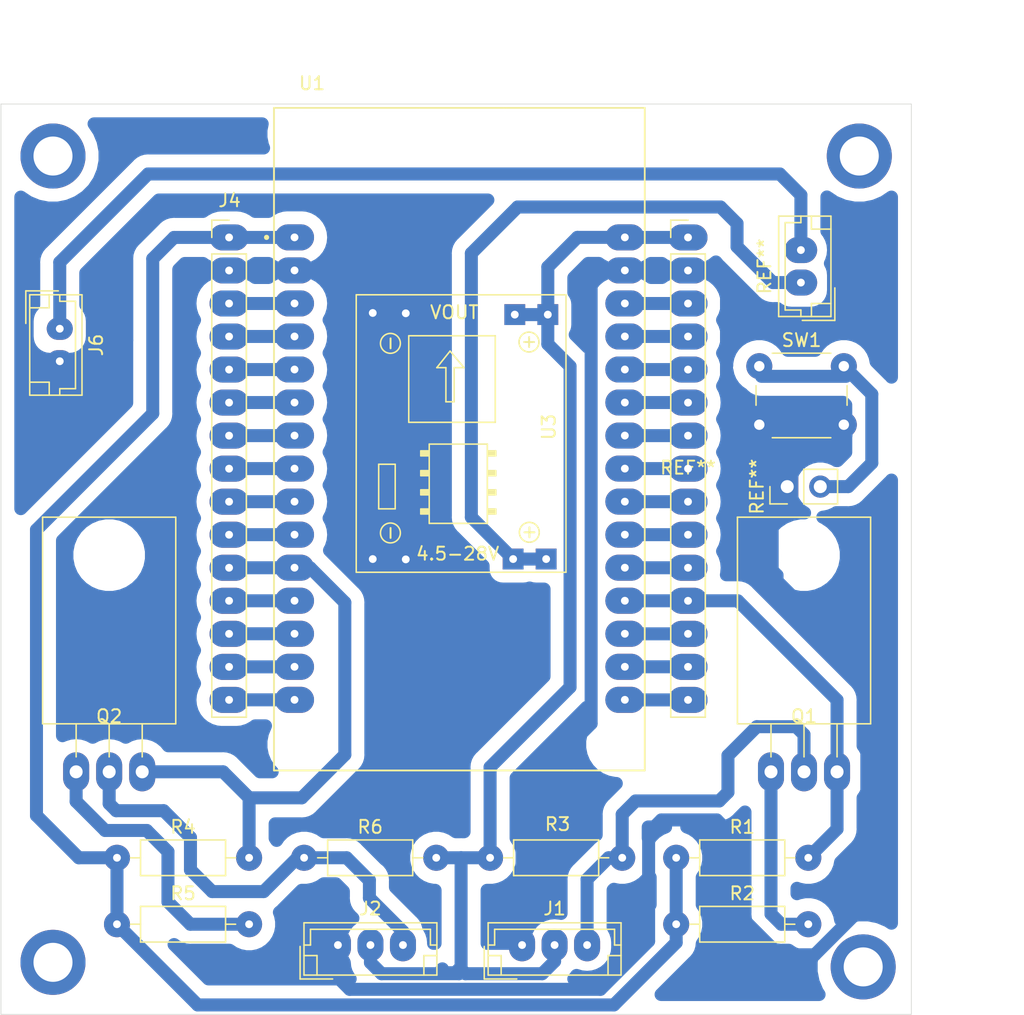
<source format=kicad_pcb>
(kicad_pcb (version 20171130) (host pcbnew "(5.1.10)-1")

  (general
    (thickness 1.6)
    (drawings 6)
    (tracks 217)
    (zones 0)
    (modules 18)
    (nets 34)
  )

  (page A4)
  (layers
    (0 F.Cu signal)
    (31 B.Cu signal)
    (32 B.Adhes user)
    (33 F.Adhes user)
    (34 B.Paste user)
    (35 F.Paste user)
    (36 B.SilkS user)
    (37 F.SilkS user)
    (38 B.Mask user)
    (39 F.Mask user)
    (40 Dwgs.User user)
    (41 Cmts.User user)
    (42 Eco1.User user)
    (43 Eco2.User user)
    (44 Edge.Cuts user)
    (45 Margin user)
    (46 B.CrtYd user)
    (47 F.CrtYd user)
    (48 B.Fab user)
    (49 F.Fab user hide)
  )

  (setup
    (last_trace_width 0.25)
    (trace_clearance 0.2)
    (zone_clearance 1)
    (zone_45_only no)
    (trace_min 0.2)
    (via_size 0.8)
    (via_drill 0.4)
    (via_min_size 0.4)
    (via_min_drill 0.3)
    (uvia_size 0.3)
    (uvia_drill 0.1)
    (uvias_allowed no)
    (uvia_min_size 0.2)
    (uvia_min_drill 0.1)
    (edge_width 0.05)
    (segment_width 0.2)
    (pcb_text_width 0.3)
    (pcb_text_size 1.5 1.5)
    (mod_edge_width 0.12)
    (mod_text_size 1 1)
    (mod_text_width 0.15)
    (pad_size 1.7 1.7)
    (pad_drill 1)
    (pad_to_mask_clearance 0)
    (aux_axis_origin 0 0)
    (visible_elements 7FFFF7FF)
    (pcbplotparams
      (layerselection 0x010fc_ffffffff)
      (usegerberextensions false)
      (usegerberattributes true)
      (usegerberadvancedattributes true)
      (creategerberjobfile true)
      (excludeedgelayer true)
      (linewidth 0.100000)
      (plotframeref false)
      (viasonmask false)
      (mode 1)
      (useauxorigin false)
      (hpglpennumber 1)
      (hpglpenspeed 20)
      (hpglpendiameter 15.000000)
      (psnegative false)
      (psa4output false)
      (plotreference true)
      (plotvalue true)
      (plotinvisibletext false)
      (padsonsilk false)
      (subtractmaskfromsilk false)
      (outputformat 1)
      (mirror false)
      (drillshape 1)
      (scaleselection 1)
      (outputdirectory ""))
  )

  (net 0 "")
  (net 1 "Net-(J1-Pad3)")
  (net 2 +5V)
  (net 3 GND)
  (net 4 "Net-(J2-Pad3)")
  (net 5 "Net-(J3-Pad7)")
  (net 6 DC)
  (net 7 RES)
  (net 8 SDA)
  (net 9 SCL)
  (net 10 +3V3)
  (net 11 Sensor_in1)
  (net 12 "Net-(Q1-Pad1)")
  (net 13 Sensor_in2)
  (net 14 "Net-(Q2-Pad1)")
  (net 15 "Net-(U1-Pad16)")
  (net 16 "Net-(U1-Pad17)")
  (net 17 "Net-(U1-Pad18)")
  (net 18 "Net-(U1-Pad20)")
  (net 19 "Net-(U1-Pad21)")
  (net 20 "Net-(U1-Pad22)")
  (net 21 "Net-(U1-Pad23)")
  (net 22 "Net-(U1-Pad24)")
  (net 23 "Net-(U1-Pad25)")
  (net 24 "Net-(U1-Pad26)")
  (net 25 "Net-(U1-Pad27)")
  (net 26 "Net-(U1-Pad28)")
  (net 27 "Net-(U1-Pad14)")
  (net 28 "Net-(U1-Pad13)")
  (net 29 "Net-(U1-Pad12)")
  (net 30 "Net-(U1-Pad8)")
  (net 31 "Net-(U1-Pad7)")
  (net 32 "Net-(U1-Pad6)")
  (net 33 "Net-(U1-Pad3)")

  (net_class Default "This is the default net class."
    (clearance 0.2)
    (trace_width 0.25)
    (via_dia 0.8)
    (via_drill 0.4)
    (uvia_dia 0.3)
    (uvia_drill 0.1)
    (add_net +3V3)
    (add_net +5V)
    (add_net DC)
    (add_net GND)
    (add_net "Net-(J1-Pad3)")
    (add_net "Net-(J2-Pad3)")
    (add_net "Net-(J3-Pad7)")
    (add_net "Net-(Q1-Pad1)")
    (add_net "Net-(Q2-Pad1)")
    (add_net "Net-(U1-Pad12)")
    (add_net "Net-(U1-Pad13)")
    (add_net "Net-(U1-Pad14)")
    (add_net "Net-(U1-Pad16)")
    (add_net "Net-(U1-Pad17)")
    (add_net "Net-(U1-Pad18)")
    (add_net "Net-(U1-Pad20)")
    (add_net "Net-(U1-Pad21)")
    (add_net "Net-(U1-Pad22)")
    (add_net "Net-(U1-Pad23)")
    (add_net "Net-(U1-Pad24)")
    (add_net "Net-(U1-Pad25)")
    (add_net "Net-(U1-Pad26)")
    (add_net "Net-(U1-Pad27)")
    (add_net "Net-(U1-Pad28)")
    (add_net "Net-(U1-Pad3)")
    (add_net "Net-(U1-Pad6)")
    (add_net "Net-(U1-Pad7)")
    (add_net "Net-(U1-Pad8)")
    (add_net RES)
    (add_net SCL)
    (add_net SDA)
    (add_net Sensor_in1)
    (add_net Sensor_in2)
  )

  (module MP1584EN-master:SRT_MPT1584EN_Module (layer F.Cu) (tedit 61B4C836) (tstamp 61B48829)
    (at 174.81 74.83 90)
    (tags "Power 5V 3A")
    (fp_text reference U3 (at 0 7.3152 270) (layer F.SilkS)
      (effects (font (size 1 1) (thickness 0.15)))
    )
    (fp_text value SRT_Power_3A (at -0.3556 5.1816 90) (layer F.Fab)
      (effects (font (size 1 1) (thickness 0.15)))
    )
    (fp_line (start -11.3538 8.8138) (end 10.3378 8.8138) (layer F.Fab) (width 0.12))
    (fp_line (start -11.3538 -7.6454) (end -11.3538 8.8138) (layer F.Fab) (width 0.12))
    (fp_line (start 10.3378 -7.6708) (end 10.3378 8.8138) (layer F.Fab) (width 0.12))
    (fp_line (start -11.3538 -7.6454) (end 10.3378 -7.6708) (layer F.Fab) (width 0.12))
    (fp_line (start 1.9304 0.0381) (end 4.5593 0.0381) (layer F.SilkS) (width 0.12))
    (fp_circle (center 6.4262 -4.8641) (end 6.9977 -4.3561) (layer F.SilkS) (width 0.12))
    (fp_circle (center 6.5278 5.7912) (end 7.0993 6.2992) (layer F.SilkS) (width 0.12))
    (fp_line (start -1.3208 2.5908) (end -1.3208 -1.8796) (layer F.SilkS) (width 0.12))
    (fp_poly (pts (xy -2.2352 2.6416) (xy -1.8288 2.6416) (xy -1.8288 3.2512) (xy -2.2352 3.2512)) (layer F.SilkS) (width 0.1))
    (fp_poly (pts (xy -5.2324 2.6416) (xy -4.826 2.6416) (xy -4.826 3.2512) (xy -5.2324 3.2512)) (layer F.SilkS) (width 0.1))
    (fp_poly (pts (xy -3.7592 2.6416) (xy -3.3528 2.6416) (xy -3.3528 3.2512) (xy -3.7592 3.2512)) (layer F.SilkS) (width 0.1))
    (fp_poly (pts (xy -6.7056 2.6416) (xy -6.2992 2.6416) (xy -6.2992 3.2512) (xy -6.7056 3.2512)) (layer F.SilkS) (width 0.1))
    (fp_poly (pts (xy -2.2352 -2.54) (xy -1.8288 -2.54) (xy -1.8288 -1.9304) (xy -2.2352 -1.9304)) (layer F.SilkS) (width 0.1))
    (fp_poly (pts (xy -5.2324 -2.54) (xy -4.826 -2.54) (xy -4.826 -1.9304) (xy -5.2324 -1.9304)) (layer F.SilkS) (width 0.1))
    (fp_poly (pts (xy -3.7592 -2.54) (xy -3.3528 -2.54) (xy -3.3528 -1.9304) (xy -3.7592 -1.9304)) (layer F.SilkS) (width 0.1))
    (fp_poly (pts (xy -6.7056 -2.54) (xy -6.2992 -2.54) (xy -6.2992 -1.9304) (xy -6.7056 -1.9304)) (layer F.SilkS) (width 0.1))
    (fp_line (start 7.0104 -3.4544) (end 7.0104 3.2004) (layer F.SilkS) (width 0.12))
    (fp_line (start 0.3556 -3.4544) (end 0.3556 3.2004) (layer F.SilkS) (width 0.12))
    (fp_line (start -7.4168 2.5908) (end -7.4168 -1.8796) (layer F.SilkS) (width 0.12))
    (fp_line (start -1.3208 2.5908) (end -7.4168 2.5908) (layer F.SilkS) (width 0.12))
    (fp_line (start -7.4168 -1.8796) (end -1.3208 -1.8796) (layer F.SilkS) (width 0.12))
    (fp_line (start 7.0104 3.2004) (end 0.3556 3.2004) (layer F.SilkS) (width 0.12))
    (fp_line (start 0.3556 -3.4544) (end 7.0104 -3.4544) (layer F.SilkS) (width 0.12))
    (fp_circle (center -8.1026 5.8166) (end -7.5311 6.3246) (layer F.SilkS) (width 0.12))
    (fp_circle (center -8.1534 -4.8641) (end -7.5819 -4.3561) (layer F.SilkS) (width 0.12))
    (fp_line (start -6.2992 -4.4958) (end -6.2992 -5.7658) (layer F.SilkS) (width 0.12))
    (fp_line (start -2.8702 -4.4958) (end -6.2992 -4.4958) (layer F.SilkS) (width 0.12))
    (fp_line (start -2.8702 -5.7658) (end -2.8702 -4.4958) (layer F.SilkS) (width 0.12))
    (fp_line (start -6.2992 -5.7658) (end -2.8702 -5.7658) (layer F.SilkS) (width 0.12))
    (fp_line (start 1.9304 0.0381) (end 1.9304 -0.5969) (layer F.SilkS) (width 0.12))
    (fp_line (start 4.5593 0.8001) (end 4.5593 0.0381) (layer F.SilkS) (width 0.12))
    (fp_line (start 5.8293 -0.2794) (end 4.5593 0.8001) (layer F.SilkS) (width 0.12))
    (fp_line (start 4.5593 -1.2954) (end 5.8293 -0.2794) (layer F.SilkS) (width 0.12))
    (fp_line (start 4.5593 -0.5969) (end 4.5593 -1.2954) (layer F.SilkS) (width 0.12))
    (fp_line (start 1.9304 -0.5969) (end 4.5593 -0.5969) (layer F.SilkS) (width 0.12))
    (fp_line (start 10.16 -7.493) (end -11.176 -7.493) (layer F.SilkS) (width 0.12))
    (fp_line (start 10.16 8.636) (end 10.16 -7.493) (layer F.SilkS) (width 0.12))
    (fp_line (start -11.176 8.636) (end 10.16 8.636) (layer F.SilkS) (width 0.12))
    (fp_line (start -11.176 -7.493) (end -11.176 8.636) (layer F.SilkS) (width 0.12))
    (fp_text user - (at -8.1534 -4.9276 90) (layer F.SilkS)
      (effects (font (size 1 1) (thickness 0.15)))
    )
    (fp_text user + (at -8.1026 5.7531 90) (layer F.SilkS)
      (effects (font (size 1 1) (thickness 0.15)))
    )
    (fp_text user - (at 6.4262 -4.9276 90) (layer F.SilkS)
      (effects (font (size 1 1) (thickness 0.15)))
    )
    (fp_text user + (at 6.5278 5.7277 90) (layer F.SilkS)
      (effects (font (size 1 1) (thickness 0.15)))
    )
    (fp_text user 4.5-28V (at -9.7536 0.3048) (layer F.SilkS)
      (effects (font (size 1 1) (thickness 0.15)))
    )
    (fp_text user VOUT (at 8.8138 0.0508) (layer F.SilkS)
      (effects (font (size 1 1) (thickness 0.15)))
    )
    (pad 1 thru_hole rect (at -10.16 4.572 180) (size 1.6 1.6) (drill 0.6) (layers *.Cu B.Mask))
    (pad 1 thru_hole rect (at -10.16 7.112 180) (size 1.6 1.6) (drill 0.6) (layers *.Cu B.Mask))
    (pad 3 thru_hole rect (at 8.636 7.239 180) (size 1.6 1.6) (drill 0.6) (layers *.Cu B.Mask)
      (net 2 +5V))
    (pad 3 thru_hole rect (at 8.636 4.699 180) (size 1.6 1.6) (drill 0.6) (layers *.Cu B.Mask)
      (net 2 +5V))
    (pad 2 thru_hole oval (at -10.1854 -3.683 180) (size 1.6 1.6) (drill 0.6) (layers *.Cu B.Mask)
      (net 3 GND))
    (pad 2 thru_hole oval (at -10.16 -6.223 180) (size 1.6 1.6) (drill 0.6) (layers *.Cu B.Mask)
      (net 3 GND))
    (pad 4 thru_hole oval (at 8.763 -6.223 180) (size 1.6 1.6) (drill 0.6) (layers *.Cu B.Mask)
      (net 3 GND))
    (pad 4 thru_hole oval (at 8.7376 -3.683 180) (size 1.6 1.6) (drill 0.6) (layers *.Cu B.Mask)
      (net 3 GND))
    (model ${KISYS3DMOD}/Module.3dshapes/Arduino_UNO_R2.wrl
      (at (xyz 0 0 0))
      (scale (xyz 1 1 1))
      (rotate (xyz 0 0 0))
    )
    (model "D:/arif/file kicad/Lib_Kicad/MP1584 Regulador.step"
      (offset (xyz -1 0 -20.5))
      (scale (xyz 1 1 1))
      (rotate (xyz 0 0 90))
    )
  )

  (module Connector_JST:JST_EH_B2B-EH-A_1x02_P2.50mm_Vertical (layer F.Cu) (tedit 61B4C7C8) (tstamp 61B49C3A)
    (at 201.51 63.73 90)
    (descr "JST EH series connector, B2B-EH-A (http://www.jst-mfg.com/product/pdf/eng/eEH.pdf), generated with kicad-footprint-generator")
    (tags "connector JST EH vertical")
    (fp_text reference REF** (at 1.25 -2.8 90) (layer F.SilkS)
      (effects (font (size 1 1) (thickness 0.15)))
    )
    (fp_text value JST_EH_B2B-EH-A_1x02_P2.50mm_Vertical (at 1.25 3.4 90) (layer F.Fab)
      (effects (font (size 1 1) (thickness 0.15)))
    )
    (fp_line (start -2.91 2.61) (end -0.41 2.61) (layer F.Fab) (width 0.1))
    (fp_line (start -2.91 0.11) (end -2.91 2.61) (layer F.Fab) (width 0.1))
    (fp_line (start -2.91 2.61) (end -0.41 2.61) (layer F.SilkS) (width 0.12))
    (fp_line (start -2.91 0.11) (end -2.91 2.61) (layer F.SilkS) (width 0.12))
    (fp_line (start 4.11 0.81) (end 4.11 2.31) (layer F.SilkS) (width 0.12))
    (fp_line (start 5.11 0.81) (end 4.11 0.81) (layer F.SilkS) (width 0.12))
    (fp_line (start -1.61 0.81) (end -1.61 2.31) (layer F.SilkS) (width 0.12))
    (fp_line (start -2.61 0.81) (end -1.61 0.81) (layer F.SilkS) (width 0.12))
    (fp_line (start 4.61 0) (end 5.11 0) (layer F.SilkS) (width 0.12))
    (fp_line (start 4.61 -1.21) (end 4.61 0) (layer F.SilkS) (width 0.12))
    (fp_line (start -2.11 -1.21) (end 4.61 -1.21) (layer F.SilkS) (width 0.12))
    (fp_line (start -2.11 0) (end -2.11 -1.21) (layer F.SilkS) (width 0.12))
    (fp_line (start -2.61 0) (end -2.11 0) (layer F.SilkS) (width 0.12))
    (fp_line (start 5.11 -1.71) (end -2.61 -1.71) (layer F.SilkS) (width 0.12))
    (fp_line (start 5.11 2.31) (end 5.11 -1.71) (layer F.SilkS) (width 0.12))
    (fp_line (start -2.61 2.31) (end 5.11 2.31) (layer F.SilkS) (width 0.12))
    (fp_line (start -2.61 -1.71) (end -2.61 2.31) (layer F.SilkS) (width 0.12))
    (fp_line (start 5.5 -2.1) (end -3 -2.1) (layer F.CrtYd) (width 0.05))
    (fp_line (start 5.5 2.7) (end 5.5 -2.1) (layer F.CrtYd) (width 0.05))
    (fp_line (start -3 2.7) (end 5.5 2.7) (layer F.CrtYd) (width 0.05))
    (fp_line (start -3 -2.1) (end -3 2.7) (layer F.CrtYd) (width 0.05))
    (fp_line (start 5 -1.6) (end -2.5 -1.6) (layer F.Fab) (width 0.1))
    (fp_line (start 5 2.2) (end 5 -1.6) (layer F.Fab) (width 0.1))
    (fp_line (start -2.5 2.2) (end 5 2.2) (layer F.Fab) (width 0.1))
    (fp_line (start -2.5 -1.6) (end -2.5 2.2) (layer F.Fab) (width 0.1))
    (fp_text user %R (at -1.79 3.59 90) (layer F.Fab)
      (effects (font (size 1 1) (thickness 0.15)))
    )
    (pad 2 thru_hole oval (at 2.5 0 90) (size 2 2.5) (drill 0.6) (layers *.Cu *.Mask))
    (pad 1 thru_hole oval (at 0 0 90) (size 2 2.5) (drill 0.6) (layers *.Cu *.Mask))
    (model ${KISYS3DMOD}/Connector_JST.3dshapes/JST_EH_B2B-EH-A_1x02_P2.50mm_Vertical.wrl
      (at (xyz 0 0 0))
      (scale (xyz 1 1 1))
      (rotate (xyz 0 0 0))
    )
  )

  (module Connector_JST:JST_EH_B3B-EH-A_1x03_P2.50mm_Vertical (layer F.Cu) (tedit 61B4C793) (tstamp 61B3BAF3)
    (at 165.91 114.67)
    (descr "JST EH series connector, B3B-EH-A (http://www.jst-mfg.com/product/pdf/eng/eEH.pdf), generated with kicad-footprint-generator")
    (tags "connector JST EH vertical")
    (path /61B33BDD)
    (fp_text reference J2 (at 2.5 -2.8) (layer F.SilkS)
      (effects (font (size 1 1) (thickness 0.15)))
    )
    (fp_text value "Sensor IR_2" (at 2.5 3.4) (layer F.Fab)
      (effects (font (size 1 1) (thickness 0.15)))
    )
    (fp_line (start -2.5 -1.6) (end -2.5 2.2) (layer F.Fab) (width 0.1))
    (fp_line (start -2.5 2.2) (end 7.5 2.2) (layer F.Fab) (width 0.1))
    (fp_line (start 7.5 2.2) (end 7.5 -1.6) (layer F.Fab) (width 0.1))
    (fp_line (start 7.5 -1.6) (end -2.5 -1.6) (layer F.Fab) (width 0.1))
    (fp_line (start -3 -2.1) (end -3 2.7) (layer F.CrtYd) (width 0.05))
    (fp_line (start -3 2.7) (end 8 2.7) (layer F.CrtYd) (width 0.05))
    (fp_line (start 8 2.7) (end 8 -2.1) (layer F.CrtYd) (width 0.05))
    (fp_line (start 8 -2.1) (end -3 -2.1) (layer F.CrtYd) (width 0.05))
    (fp_line (start -2.61 -1.71) (end -2.61 2.31) (layer F.SilkS) (width 0.12))
    (fp_line (start -2.61 2.31) (end 7.61 2.31) (layer F.SilkS) (width 0.12))
    (fp_line (start 7.61 2.31) (end 7.61 -1.71) (layer F.SilkS) (width 0.12))
    (fp_line (start 7.61 -1.71) (end -2.61 -1.71) (layer F.SilkS) (width 0.12))
    (fp_line (start -2.61 0) (end -2.11 0) (layer F.SilkS) (width 0.12))
    (fp_line (start -2.11 0) (end -2.11 -1.21) (layer F.SilkS) (width 0.12))
    (fp_line (start -2.11 -1.21) (end 7.11 -1.21) (layer F.SilkS) (width 0.12))
    (fp_line (start 7.11 -1.21) (end 7.11 0) (layer F.SilkS) (width 0.12))
    (fp_line (start 7.11 0) (end 7.61 0) (layer F.SilkS) (width 0.12))
    (fp_line (start -2.61 0.81) (end -1.61 0.81) (layer F.SilkS) (width 0.12))
    (fp_line (start -1.61 0.81) (end -1.61 2.31) (layer F.SilkS) (width 0.12))
    (fp_line (start 7.61 0.81) (end 6.61 0.81) (layer F.SilkS) (width 0.12))
    (fp_line (start 6.61 0.81) (end 6.61 2.31) (layer F.SilkS) (width 0.12))
    (fp_line (start -2.91 0.11) (end -2.91 2.61) (layer F.SilkS) (width 0.12))
    (fp_line (start -2.91 2.61) (end -0.41 2.61) (layer F.SilkS) (width 0.12))
    (fp_line (start -2.91 0.11) (end -2.91 2.61) (layer F.Fab) (width 0.1))
    (fp_line (start -2.91 2.61) (end -0.41 2.61) (layer F.Fab) (width 0.1))
    (fp_text user %R (at 2.5 1.5) (layer F.Fab)
      (effects (font (size 1 1) (thickness 0.15)))
    )
    (pad 3 thru_hole oval (at 5 0) (size 2 2.5) (drill 0.6) (layers *.Cu *.Mask)
      (net 4 "Net-(J2-Pad3)"))
    (pad 2 thru_hole oval (at 2.5 0) (size 2 2.5) (drill 0.6) (layers *.Cu *.Mask)
      (net 2 +5V))
    (pad 1 thru_hole oval (at 0 0) (size 2 2.5) (drill 0.6) (layers *.Cu *.Mask)
      (net 3 GND))
    (model ${KISYS3DMOD}/Connector_JST.3dshapes/JST_EH_B3B-EH-A_1x03_P2.50mm_Vertical.wrl
      (at (xyz 0 0 0))
      (scale (xyz 1 1 1))
      (rotate (xyz 0 0 0))
    )
  )

  (module Connector_JST:JST_EH_B3B-EH-A_1x03_P2.50mm_Vertical (layer F.Cu) (tedit 61B4C75A) (tstamp 61B3BAD2)
    (at 180.07 114.67)
    (descr "JST EH series connector, B3B-EH-A (http://www.jst-mfg.com/product/pdf/eng/eEH.pdf), generated with kicad-footprint-generator")
    (tags "connector JST EH vertical")
    (path /61B41920)
    (fp_text reference J1 (at 2.5 -2.8) (layer F.SilkS)
      (effects (font (size 1 1) (thickness 0.15)))
    )
    (fp_text value "Sensor IR_1" (at 2.5 3.4) (layer F.Fab)
      (effects (font (size 1 1) (thickness 0.15)))
    )
    (fp_line (start -2.5 -1.6) (end -2.5 2.2) (layer F.Fab) (width 0.1))
    (fp_line (start -2.5 2.2) (end 7.5 2.2) (layer F.Fab) (width 0.1))
    (fp_line (start 7.5 2.2) (end 7.5 -1.6) (layer F.Fab) (width 0.1))
    (fp_line (start 7.5 -1.6) (end -2.5 -1.6) (layer F.Fab) (width 0.1))
    (fp_line (start -3 -2.1) (end -3 2.7) (layer F.CrtYd) (width 0.05))
    (fp_line (start -3 2.7) (end 8 2.7) (layer F.CrtYd) (width 0.05))
    (fp_line (start 8 2.7) (end 8 -2.1) (layer F.CrtYd) (width 0.05))
    (fp_line (start 8 -2.1) (end -3 -2.1) (layer F.CrtYd) (width 0.05))
    (fp_line (start -2.61 -1.71) (end -2.61 2.31) (layer F.SilkS) (width 0.12))
    (fp_line (start -2.61 2.31) (end 7.61 2.31) (layer F.SilkS) (width 0.12))
    (fp_line (start 7.61 2.31) (end 7.61 -1.71) (layer F.SilkS) (width 0.12))
    (fp_line (start 7.61 -1.71) (end -2.61 -1.71) (layer F.SilkS) (width 0.12))
    (fp_line (start -2.61 0) (end -2.11 0) (layer F.SilkS) (width 0.12))
    (fp_line (start -2.11 0) (end -2.11 -1.21) (layer F.SilkS) (width 0.12))
    (fp_line (start -2.11 -1.21) (end 7.11 -1.21) (layer F.SilkS) (width 0.12))
    (fp_line (start 7.11 -1.21) (end 7.11 0) (layer F.SilkS) (width 0.12))
    (fp_line (start 7.11 0) (end 7.61 0) (layer F.SilkS) (width 0.12))
    (fp_line (start -2.61 0.81) (end -1.61 0.81) (layer F.SilkS) (width 0.12))
    (fp_line (start -1.61 0.81) (end -1.61 2.31) (layer F.SilkS) (width 0.12))
    (fp_line (start 7.61 0.81) (end 6.61 0.81) (layer F.SilkS) (width 0.12))
    (fp_line (start 6.61 0.81) (end 6.61 2.31) (layer F.SilkS) (width 0.12))
    (fp_line (start -2.91 0.11) (end -2.91 2.61) (layer F.SilkS) (width 0.12))
    (fp_line (start -2.91 2.61) (end -0.41 2.61) (layer F.SilkS) (width 0.12))
    (fp_line (start -2.91 0.11) (end -2.91 2.61) (layer F.Fab) (width 0.1))
    (fp_line (start -2.91 2.61) (end -0.41 2.61) (layer F.Fab) (width 0.1))
    (fp_text user %R (at 2.5 1.5) (layer F.Fab)
      (effects (font (size 1 1) (thickness 0.15)))
    )
    (pad 3 thru_hole oval (at 5 0) (size 2 2.5) (drill 0.6) (layers *.Cu *.Mask)
      (net 1 "Net-(J1-Pad3)"))
    (pad 2 thru_hole oval (at 2.5 0) (size 2 2.5) (drill 0.6) (layers *.Cu *.Mask)
      (net 2 +5V))
    (pad 1 thru_hole oval (at 0 0) (size 2 2.5) (drill 0.6) (layers *.Cu *.Mask)
      (net 3 GND))
    (model ${KISYS3DMOD}/Connector_JST.3dshapes/JST_EH_B3B-EH-A_1x03_P2.50mm_Vertical.wrl
      (at (xyz 0 0 0))
      (scale (xyz 1 1 1))
      (rotate (xyz 0 0 0))
    )
  )

  (module Button_Switch_THT:SW_PUSH_6mm_H7.3mm (layer F.Cu) (tedit 61B4C5B1) (tstamp 61B3BBEB)
    (at 198.31 70.16)
    (descr "tactile push button, 6x6mm e.g. PHAP33xx series, height=7.3mm")
    (tags "tact sw push 6mm")
    (path /61B4FFC7)
    (fp_text reference SW1 (at 3.25 -2) (layer F.SilkS)
      (effects (font (size 1 1) (thickness 0.15)))
    )
    (fp_text value SW_Push (at 3.75 6.7) (layer F.Fab)
      (effects (font (size 1 1) (thickness 0.15)))
    )
    (fp_line (start 3.25 -0.75) (end 6.25 -0.75) (layer F.Fab) (width 0.1))
    (fp_line (start 6.25 -0.75) (end 6.25 5.25) (layer F.Fab) (width 0.1))
    (fp_line (start 6.25 5.25) (end 0.25 5.25) (layer F.Fab) (width 0.1))
    (fp_line (start 0.25 5.25) (end 0.25 -0.75) (layer F.Fab) (width 0.1))
    (fp_line (start 0.25 -0.75) (end 3.25 -0.75) (layer F.Fab) (width 0.1))
    (fp_line (start 7.75 6) (end 8 6) (layer F.CrtYd) (width 0.05))
    (fp_line (start 8 6) (end 8 5.75) (layer F.CrtYd) (width 0.05))
    (fp_line (start 7.75 -1.5) (end 8 -1.5) (layer F.CrtYd) (width 0.05))
    (fp_line (start 8 -1.5) (end 8 -1.25) (layer F.CrtYd) (width 0.05))
    (fp_line (start -1.5 -1.25) (end -1.5 -1.5) (layer F.CrtYd) (width 0.05))
    (fp_line (start -1.5 -1.5) (end -1.25 -1.5) (layer F.CrtYd) (width 0.05))
    (fp_line (start -1.5 5.75) (end -1.5 6) (layer F.CrtYd) (width 0.05))
    (fp_line (start -1.5 6) (end -1.25 6) (layer F.CrtYd) (width 0.05))
    (fp_line (start -1.25 -1.5) (end 7.75 -1.5) (layer F.CrtYd) (width 0.05))
    (fp_line (start -1.5 5.75) (end -1.5 -1.25) (layer F.CrtYd) (width 0.05))
    (fp_line (start 7.75 6) (end -1.25 6) (layer F.CrtYd) (width 0.05))
    (fp_line (start 8 -1.25) (end 8 5.75) (layer F.CrtYd) (width 0.05))
    (fp_line (start 1 5.5) (end 5.5 5.5) (layer F.SilkS) (width 0.12))
    (fp_line (start -0.25 1.5) (end -0.25 3) (layer F.SilkS) (width 0.12))
    (fp_line (start 5.5 -1) (end 1 -1) (layer F.SilkS) (width 0.12))
    (fp_line (start 6.75 3) (end 6.75 1.5) (layer F.SilkS) (width 0.12))
    (fp_circle (center 3.25 2.25) (end 1.25 2.5) (layer F.Fab) (width 0.1))
    (fp_text user %R (at 5.72 -2.93) (layer F.Fab)
      (effects (font (size 1 1) (thickness 0.15)))
    )
    (pad 1 thru_hole circle (at 6.5 0 90) (size 2 2) (drill 0.8) (layers *.Cu *.Mask)
      (net 5 "Net-(J3-Pad7)"))
    (pad 2 thru_hole circle (at 6.5 4.5 90) (size 2 2) (drill 0.8) (layers *.Cu *.Mask)
      (net 3 GND))
    (pad 1 thru_hole circle (at 0 0 90) (size 2 2) (drill 0.8) (layers *.Cu *.Mask)
      (net 5 "Net-(J3-Pad7)"))
    (pad 2 thru_hole circle (at 0 4.5 90) (size 2 2) (drill 0.8) (layers *.Cu *.Mask)
      (net 3 GND))
    (model ${KISYS3DMOD}/Button_Switch_THT.3dshapes/SW_PUSH_6mm_H7.3mm.wrl
      (at (xyz 0 0 0))
      (scale (xyz 1 1 1))
      (rotate (xyz 0 0 0))
    )
  )

  (module Connector_JST:JST_EH_B2B-EH-A_1x02_P2.50mm_Vertical (layer F.Cu) (tedit 61B4C589) (tstamp 61B49135)
    (at 144.52 67.28 270)
    (descr "JST EH series connector, B2B-EH-A (http://www.jst-mfg.com/product/pdf/eng/eEH.pdf), generated with kicad-footprint-generator")
    (tags "connector JST EH vertical")
    (fp_text reference J6 (at 1.25 -2.8 270) (layer F.SilkS)
      (effects (font (size 1 1) (thickness 0.15)))
    )
    (fp_text value JST_EH_B2B-EH-A_1x02_P2.50mm_Vertical (at 1.25 3.4 270) (layer F.Fab)
      (effects (font (size 1 1) (thickness 0.15)))
    )
    (fp_line (start -2.5 -1.6) (end -2.5 2.2) (layer F.Fab) (width 0.1))
    (fp_line (start -2.5 2.2) (end 5 2.2) (layer F.Fab) (width 0.1))
    (fp_line (start 5 2.2) (end 5 -1.6) (layer F.Fab) (width 0.1))
    (fp_line (start 5 -1.6) (end -2.5 -1.6) (layer F.Fab) (width 0.1))
    (fp_line (start -3 -2.1) (end -3 2.7) (layer F.CrtYd) (width 0.05))
    (fp_line (start -3 2.7) (end 5.5 2.7) (layer F.CrtYd) (width 0.05))
    (fp_line (start 5.5 2.7) (end 5.5 -2.1) (layer F.CrtYd) (width 0.05))
    (fp_line (start 5.5 -2.1) (end -3 -2.1) (layer F.CrtYd) (width 0.05))
    (fp_line (start -2.61 -1.71) (end -2.61 2.31) (layer F.SilkS) (width 0.12))
    (fp_line (start -2.61 2.31) (end 5.11 2.31) (layer F.SilkS) (width 0.12))
    (fp_line (start 5.11 2.31) (end 5.11 -1.71) (layer F.SilkS) (width 0.12))
    (fp_line (start 5.11 -1.71) (end -2.61 -1.71) (layer F.SilkS) (width 0.12))
    (fp_line (start -2.61 0) (end -2.11 0) (layer F.SilkS) (width 0.12))
    (fp_line (start -2.11 0) (end -2.11 -1.21) (layer F.SilkS) (width 0.12))
    (fp_line (start -2.11 -1.21) (end 4.61 -1.21) (layer F.SilkS) (width 0.12))
    (fp_line (start 4.61 -1.21) (end 4.61 0) (layer F.SilkS) (width 0.12))
    (fp_line (start 4.61 0) (end 5.11 0) (layer F.SilkS) (width 0.12))
    (fp_line (start -2.61 0.81) (end -1.61 0.81) (layer F.SilkS) (width 0.12))
    (fp_line (start -1.61 0.81) (end -1.61 2.31) (layer F.SilkS) (width 0.12))
    (fp_line (start 5.11 0.81) (end 4.11 0.81) (layer F.SilkS) (width 0.12))
    (fp_line (start 4.11 0.81) (end 4.11 2.31) (layer F.SilkS) (width 0.12))
    (fp_line (start -2.91 0.11) (end -2.91 2.61) (layer F.SilkS) (width 0.12))
    (fp_line (start -2.91 2.61) (end -0.41 2.61) (layer F.SilkS) (width 0.12))
    (fp_line (start -2.91 0.11) (end -2.91 2.61) (layer F.Fab) (width 0.1))
    (fp_line (start -2.91 2.61) (end -0.41 2.61) (layer F.Fab) (width 0.1))
    (fp_text user %R (at 1.25 1.5 270) (layer F.Fab)
      (effects (font (size 1 1) (thickness 0.15)))
    )
    (pad 2 thru_hole oval (at 2.5 0 270) (size 1.7 2) (drill 0.6) (layers *.Cu *.Mask)
      (net 3 GND))
    (pad 1 thru_hole oval (at 0 0 270) (size 1.7 2) (drill 0.6) (layers *.Cu *.Mask))
    (model ${KISYS3DMOD}/Connector_JST.3dshapes/JST_EH_B2B-EH-A_1x02_P2.50mm_Vertical.wrl
      (at (xyz 0 0 0))
      (scale (xyz 1 1 1))
      (rotate (xyz 0 0 0))
    )
  )

  (module Connector_PinHeader_2.54mm:PinHeader_1x02_P2.54mm_Vertical (layer F.Cu) (tedit 61B32385) (tstamp 61B4B398)
    (at 200.46 79.42 90)
    (descr "Through hole straight pin header, 1x02, 2.54mm pitch, single row")
    (tags "Through hole pin header THT 1x02 2.54mm single row")
    (fp_text reference REF** (at 0 -2.33 90) (layer F.SilkS)
      (effects (font (size 1 1) (thickness 0.15)))
    )
    (fp_text value PinHeader_1x02_P2.54mm_Vertical (at 0 4.87 90) (layer F.Fab)
      (effects (font (size 1 1) (thickness 0.15)))
    )
    (fp_line (start 1.8 -1.8) (end -1.8 -1.8) (layer F.CrtYd) (width 0.05))
    (fp_line (start 1.8 4.35) (end 1.8 -1.8) (layer F.CrtYd) (width 0.05))
    (fp_line (start -1.8 4.35) (end 1.8 4.35) (layer F.CrtYd) (width 0.05))
    (fp_line (start -1.8 -1.8) (end -1.8 4.35) (layer F.CrtYd) (width 0.05))
    (fp_line (start -1.33 -1.33) (end 0 -1.33) (layer F.SilkS) (width 0.12))
    (fp_line (start -1.33 0) (end -1.33 -1.33) (layer F.SilkS) (width 0.12))
    (fp_line (start -1.33 1.27) (end 1.33 1.27) (layer F.SilkS) (width 0.12))
    (fp_line (start 1.33 1.27) (end 1.33 3.87) (layer F.SilkS) (width 0.12))
    (fp_line (start -1.33 1.27) (end -1.33 3.87) (layer F.SilkS) (width 0.12))
    (fp_line (start -1.33 3.87) (end 1.33 3.87) (layer F.SilkS) (width 0.12))
    (fp_line (start -1.27 -0.635) (end -0.635 -1.27) (layer F.Fab) (width 0.1))
    (fp_line (start -1.27 3.81) (end -1.27 -0.635) (layer F.Fab) (width 0.1))
    (fp_line (start 1.27 3.81) (end -1.27 3.81) (layer F.Fab) (width 0.1))
    (fp_line (start 1.27 -1.27) (end 1.27 3.81) (layer F.Fab) (width 0.1))
    (fp_line (start -0.635 -1.27) (end 1.27 -1.27) (layer F.Fab) (width 0.1))
    (fp_text user %R (at 0 1.27) (layer F.Fab)
      (effects (font (size 1 1) (thickness 0.15)))
    )
    (pad 2 thru_hole oval (at 0 2.54 90) (size 1.7 1.7) (drill 1) (layers *.Cu *.Mask)
      (net 5 "Net-(J3-Pad7)"))
    (pad 1 thru_hole rect (at 0 0 90) (size 1.7 1.7) (drill 1) (layers *.Cu *.Mask)
      (net 3 GND))
    (model ${KISYS3DMOD}/Connector_PinHeader_2.54mm.3dshapes/PinHeader_1x02_P2.54mm_Vertical.wrl
      (at (xyz 0 0 0))
      (scale (xyz 1 1 1))
      (rotate (xyz 0 0 0))
    )
  )

  (module Connector_PinHeader_2.54mm:PinHeader_1x15_P2.54mm_Vertical (layer F.Cu) (tedit 61B31F0C) (tstamp 61B40F93)
    (at 157.54 60.26)
    (descr "Through hole straight pin header, 1x15, 2.54mm pitch, single row")
    (tags "Through hole pin header THT 1x15 2.54mm single row")
    (fp_text reference J4 (at 0.04 -2.85) (layer F.SilkS)
      (effects (font (size 1 1) (thickness 0.15)))
    )
    (fp_text value PinHeader_1x15_P2.54mm_Vertical (at -3.07 20.76 90) (layer F.Fab)
      (effects (font (size 1 1) (thickness 0.15)))
    )
    (fp_line (start -0.635 -1.27) (end 1.27 -1.27) (layer F.Fab) (width 0.1))
    (fp_line (start 1.27 -1.27) (end 1.27 36.83) (layer F.Fab) (width 0.1))
    (fp_line (start 1.27 36.83) (end -1.27 36.83) (layer F.Fab) (width 0.1))
    (fp_line (start -1.27 36.83) (end -1.27 -0.635) (layer F.Fab) (width 0.1))
    (fp_line (start -1.27 -0.635) (end -0.635 -1.27) (layer F.Fab) (width 0.1))
    (fp_line (start -1.33 36.89) (end 1.33 36.89) (layer F.SilkS) (width 0.12))
    (fp_line (start -1.33 1.27) (end -1.33 36.89) (layer F.SilkS) (width 0.12))
    (fp_line (start 1.33 1.27) (end 1.33 36.89) (layer F.SilkS) (width 0.12))
    (fp_line (start -1.33 1.27) (end 1.33 1.27) (layer F.SilkS) (width 0.12))
    (fp_line (start -1.33 0) (end -1.33 -1.33) (layer F.SilkS) (width 0.12))
    (fp_line (start -1.33 -1.33) (end 0 -1.33) (layer F.SilkS) (width 0.12))
    (fp_line (start -1.8 -1.8) (end -1.8 37.35) (layer F.CrtYd) (width 0.05))
    (fp_line (start -1.8 37.35) (end 1.8 37.35) (layer F.CrtYd) (width 0.05))
    (fp_line (start 1.8 37.35) (end 1.8 -1.8) (layer F.CrtYd) (width 0.05))
    (fp_line (start 1.8 -1.8) (end -1.8 -1.8) (layer F.CrtYd) (width 0.05))
    (fp_text user %R (at 0 17.78 90) (layer F.Fab)
      (effects (font (size 1 1) (thickness 0.15)))
    )
    (pad 1 thru_hole oval (at 0 0) (size 3 2) (drill 0.6) (layers *.Cu *.Mask)
      (net 10 +3V3))
    (pad 2 thru_hole oval (at 0 2.54) (size 3 2) (drill 0.6) (layers *.Cu *.Mask)
      (net 3 GND))
    (pad 3 thru_hole oval (at 0 5.08) (size 3 2) (drill 0.6) (layers *.Cu *.Mask)
      (net 33 "Net-(U1-Pad3)"))
    (pad 4 thru_hole oval (at 0 7.62) (size 3 2) (drill 0.6) (layers *.Cu *.Mask)
      (net 6 DC))
    (pad 5 thru_hole oval (at 0 10.16) (size 3 2) (drill 0.6) (layers *.Cu *.Mask)
      (net 7 RES))
    (pad 6 thru_hole oval (at 0 12.7) (size 3 2) (drill 0.6) (layers *.Cu *.Mask)
      (net 32 "Net-(U1-Pad6)"))
    (pad 7 thru_hole oval (at 0 15.24) (size 3 2) (drill 0.6) (layers *.Cu *.Mask)
      (net 31 "Net-(U1-Pad7)"))
    (pad 8 thru_hole oval (at 0 17.78) (size 3 2) (drill 0.6) (layers *.Cu *.Mask)
      (net 30 "Net-(U1-Pad8)"))
    (pad 9 thru_hole oval (at 0 20.32) (size 3 2) (drill 0.6) (layers *.Cu *.Mask)
      (net 9 SCL))
    (pad 10 thru_hole oval (at 0 22.86) (size 3 2) (drill 0.6) (layers *.Cu *.Mask))
    (pad 11 thru_hole oval (at 0 25.4) (size 3 2) (drill 0.6) (layers *.Cu *.Mask)
      (net 13 Sensor_in2))
    (pad 12 thru_hole oval (at 0 27.94) (size 3 2) (drill 0.6) (layers *.Cu *.Mask)
      (net 29 "Net-(U1-Pad12)"))
    (pad 13 thru_hole oval (at 0 30.48) (size 3 2) (drill 0.6) (layers *.Cu *.Mask)
      (net 28 "Net-(U1-Pad13)"))
    (pad 14 thru_hole oval (at 0 33.02) (size 3 2) (drill 0.6) (layers *.Cu *.Mask)
      (net 27 "Net-(U1-Pad14)"))
    (pad 15 thru_hole oval (at 0 35.56) (size 3 2) (drill 0.6) (layers *.Cu *.Mask)
      (net 8 SDA))
    (model ${KISYS3DMOD}/Connector_PinHeader_2.54mm.3dshapes/PinHeader_1x15_P2.54mm_Vertical.wrl
      (at (xyz 0 0 0))
      (scale (xyz 1 1 1))
      (rotate (xyz 0 0 0))
    )
  )

  (module Connector_PinHeader_2.54mm:PinHeader_1x15_P2.54mm_Vertical (layer F.Cu) (tedit 61B31EE0) (tstamp 61B40C70)
    (at 192.83 60.26)
    (descr "Through hole straight pin header, 1x15, 2.54mm pitch, single row")
    (tags "Through hole pin header THT 1x15 2.54mm single row")
    (fp_text reference REF** (at 0 17.7075) (layer F.SilkS)
      (effects (font (size 1 1) (thickness 0.15)))
    )
    (fp_text value PinHeader_1x15_P2.54mm_Vertical (at 3.47 7.79 90) (layer F.Fab)
      (effects (font (size 1 1) (thickness 0.15)))
    )
    (fp_line (start -0.635 -1.27) (end 1.27 -1.27) (layer F.Fab) (width 0.1))
    (fp_line (start 1.27 -1.27) (end 1.27 36.83) (layer F.Fab) (width 0.1))
    (fp_line (start 1.27 36.83) (end -1.27 36.83) (layer F.Fab) (width 0.1))
    (fp_line (start -1.27 36.83) (end -1.27 -0.635) (layer F.Fab) (width 0.1))
    (fp_line (start -1.27 -0.635) (end -0.635 -1.27) (layer F.Fab) (width 0.1))
    (fp_line (start -1.33 36.89) (end 1.33 36.89) (layer F.SilkS) (width 0.12))
    (fp_line (start -1.33 1.27) (end -1.33 36.89) (layer F.SilkS) (width 0.12))
    (fp_line (start 1.33 1.27) (end 1.33 36.89) (layer F.SilkS) (width 0.12))
    (fp_line (start -1.33 1.27) (end 1.33 1.27) (layer F.SilkS) (width 0.12))
    (fp_line (start -1.33 0) (end -1.33 -1.33) (layer F.SilkS) (width 0.12))
    (fp_line (start -1.33 -1.33) (end 0 -1.33) (layer F.SilkS) (width 0.12))
    (fp_line (start -1.8 -1.8) (end -1.8 37.35) (layer F.CrtYd) (width 0.05))
    (fp_line (start -1.8 37.35) (end 1.8 37.35) (layer F.CrtYd) (width 0.05))
    (fp_line (start 1.8 37.35) (end 1.8 -1.8) (layer F.CrtYd) (width 0.05))
    (fp_line (start 1.8 -1.8) (end -1.8 -1.8) (layer F.CrtYd) (width 0.05))
    (fp_text user %R (at 0 17.78 90) (layer F.Fab)
      (effects (font (size 1 1) (thickness 0.15)))
    )
    (pad 15 thru_hole oval (at 0 35.56) (size 3 2) (drill 0.6) (layers *.Cu *.Mask)
      (net 15 "Net-(U1-Pad16)"))
    (pad 14 thru_hole oval (at 0 33.02) (size 3 2) (drill 0.6) (layers *.Cu *.Mask)
      (net 16 "Net-(U1-Pad17)"))
    (pad 13 thru_hole oval (at 0 30.48) (size 3 2) (drill 0.6) (layers *.Cu *.Mask)
      (net 17 "Net-(U1-Pad18)"))
    (pad 12 thru_hole oval (at 0 27.94) (size 3 2) (drill 0.6) (layers *.Cu *.Mask)
      (net 11 Sensor_in1))
    (pad 11 thru_hole oval (at 0 25.4) (size 3 2) (drill 0.6) (layers *.Cu *.Mask)
      (net 18 "Net-(U1-Pad20)"))
    (pad 10 thru_hole oval (at 0 22.86) (size 3 2) (drill 0.6) (layers *.Cu *.Mask)
      (net 19 "Net-(U1-Pad21)"))
    (pad 9 thru_hole oval (at 0 20.32) (size 3 2) (drill 0.6) (layers *.Cu *.Mask)
      (net 20 "Net-(U1-Pad22)"))
    (pad 8 thru_hole oval (at 0 17.78) (size 3 2) (drill 0.6) (layers *.Cu *.Mask)
      (net 21 "Net-(U1-Pad23)"))
    (pad 7 thru_hole oval (at 0 15.24) (size 3 2) (drill 0.6) (layers *.Cu *.Mask)
      (net 22 "Net-(U1-Pad24)"))
    (pad 6 thru_hole oval (at 0 12.7) (size 3 2) (drill 0.6) (layers *.Cu *.Mask)
      (net 23 "Net-(U1-Pad25)"))
    (pad 5 thru_hole oval (at 0 10.16) (size 3 2) (drill 0.6) (layers *.Cu *.Mask)
      (net 24 "Net-(U1-Pad26)"))
    (pad 4 thru_hole oval (at 0 7.62) (size 3 2) (drill 0.6) (layers *.Cu *.Mask)
      (net 25 "Net-(U1-Pad27)"))
    (pad 3 thru_hole oval (at 0 5.08) (size 3 2) (drill 0.6) (layers *.Cu *.Mask)
      (net 26 "Net-(U1-Pad28)"))
    (pad 2 thru_hole oval (at 0 2.54) (size 3 2) (drill 0.6) (layers *.Cu *.Mask)
      (net 3 GND))
    (pad 1 thru_hole oval (at 0 0) (size 3 2) (drill 0.6) (layers *.Cu *.Mask)
      (net 2 +5V))
    (model ${KISYS3DMOD}/Connector_PinHeader_2.54mm.3dshapes/PinHeader_1x15_P2.54mm_Vertical.wrl
      (at (xyz 0 0 0))
      (scale (xyz 1 1 1))
      (rotate (xyz 0 0 0))
    )
  )

  (module Resistor_THT:R_Axial_DIN0207_L6.3mm_D2.5mm_P10.16mm_Horizontal (layer F.Cu) (tedit 61B2FDCB) (tstamp 61B3BBCC)
    (at 163.31 107.96)
    (descr "Resistor, Axial_DIN0207 series, Axial, Horizontal, pin pitch=10.16mm, 0.25W = 1/4W, length*diameter=6.3*2.5mm^2, http://cdn-reichelt.de/documents/datenblatt/B400/1_4W%23YAG.pdf")
    (tags "Resistor Axial_DIN0207 series Axial Horizontal pin pitch 10.16mm 0.25W = 1/4W length 6.3mm diameter 2.5mm")
    (path /61B3118D)
    (fp_text reference R6 (at 5.08 -2.37) (layer F.SilkS)
      (effects (font (size 1 1) (thickness 0.15)))
    )
    (fp_text value 10K (at 5.08 2.37) (layer F.Fab)
      (effects (font (size 1 1) (thickness 0.15)))
    )
    (fp_line (start 1.93 -1.25) (end 1.93 1.25) (layer F.Fab) (width 0.1))
    (fp_line (start 1.93 1.25) (end 8.23 1.25) (layer F.Fab) (width 0.1))
    (fp_line (start 8.23 1.25) (end 8.23 -1.25) (layer F.Fab) (width 0.1))
    (fp_line (start 8.23 -1.25) (end 1.93 -1.25) (layer F.Fab) (width 0.1))
    (fp_line (start 0 0) (end 1.93 0) (layer F.Fab) (width 0.1))
    (fp_line (start 10.16 0) (end 8.23 0) (layer F.Fab) (width 0.1))
    (fp_line (start 1.81 -1.37) (end 1.81 1.37) (layer F.SilkS) (width 0.12))
    (fp_line (start 1.81 1.37) (end 8.35 1.37) (layer F.SilkS) (width 0.12))
    (fp_line (start 8.35 1.37) (end 8.35 -1.37) (layer F.SilkS) (width 0.12))
    (fp_line (start 8.35 -1.37) (end 1.81 -1.37) (layer F.SilkS) (width 0.12))
    (fp_line (start 1.04 0) (end 1.81 0) (layer F.SilkS) (width 0.12))
    (fp_line (start 9.12 0) (end 8.35 0) (layer F.SilkS) (width 0.12))
    (fp_line (start -1.05 -1.5) (end -1.05 1.5) (layer F.CrtYd) (width 0.05))
    (fp_line (start -1.05 1.5) (end 11.21 1.5) (layer F.CrtYd) (width 0.05))
    (fp_line (start 11.21 1.5) (end 11.21 -1.5) (layer F.CrtYd) (width 0.05))
    (fp_line (start 11.21 -1.5) (end -1.05 -1.5) (layer F.CrtYd) (width 0.05))
    (fp_text user %R (at 5.08 0) (layer F.Fab)
      (effects (font (size 1 1) (thickness 0.15)))
    )
    (pad 2 thru_hole oval (at 10.16 0) (size 2 2) (drill 0.6) (layers *.Cu *.Mask)
      (net 2 +5V))
    (pad 1 thru_hole oval (at 0 0) (size 2 2) (drill 0.6) (layers *.Cu *.Mask)
      (net 4 "Net-(J2-Pad3)"))
    (model ${KISYS3DMOD}/Resistor_THT.3dshapes/R_Axial_DIN0207_L6.3mm_D2.5mm_P10.16mm_Horizontal.wrl
      (at (xyz 0 0 0))
      (scale (xyz 1 1 1))
      (rotate (xyz 0 0 0))
    )
  )

  (module Resistor_THT:R_Axial_DIN0207_L6.3mm_D2.5mm_P10.16mm_Horizontal (layer F.Cu) (tedit 61B2FD78) (tstamp 61B3BB59)
    (at 191.92 107.96)
    (descr "Resistor, Axial_DIN0207 series, Axial, Horizontal, pin pitch=10.16mm, 0.25W = 1/4W, length*diameter=6.3*2.5mm^2, http://cdn-reichelt.de/documents/datenblatt/B400/1_4W%23YAG.pdf")
    (tags "Resistor Axial_DIN0207 series Axial Horizontal pin pitch 10.16mm 0.25W = 1/4W length 6.3mm diameter 2.5mm")
    (path /61B418F5)
    (fp_text reference R1 (at 5.08 -2.37) (layer F.SilkS)
      (effects (font (size 1 1) (thickness 0.15)))
    )
    (fp_text value 10K (at 5.08 2.37) (layer F.Fab)
      (effects (font (size 1 1) (thickness 0.15)))
    )
    (fp_line (start 1.93 -1.25) (end 1.93 1.25) (layer F.Fab) (width 0.1))
    (fp_line (start 1.93 1.25) (end 8.23 1.25) (layer F.Fab) (width 0.1))
    (fp_line (start 8.23 1.25) (end 8.23 -1.25) (layer F.Fab) (width 0.1))
    (fp_line (start 8.23 -1.25) (end 1.93 -1.25) (layer F.Fab) (width 0.1))
    (fp_line (start 0 0) (end 1.93 0) (layer F.Fab) (width 0.1))
    (fp_line (start 10.16 0) (end 8.23 0) (layer F.Fab) (width 0.1))
    (fp_line (start 1.81 -1.37) (end 1.81 1.37) (layer F.SilkS) (width 0.12))
    (fp_line (start 1.81 1.37) (end 8.35 1.37) (layer F.SilkS) (width 0.12))
    (fp_line (start 8.35 1.37) (end 8.35 -1.37) (layer F.SilkS) (width 0.12))
    (fp_line (start 8.35 -1.37) (end 1.81 -1.37) (layer F.SilkS) (width 0.12))
    (fp_line (start 1.04 0) (end 1.81 0) (layer F.SilkS) (width 0.12))
    (fp_line (start 9.12 0) (end 8.35 0) (layer F.SilkS) (width 0.12))
    (fp_line (start -1.05 -1.5) (end -1.05 1.5) (layer F.CrtYd) (width 0.05))
    (fp_line (start -1.05 1.5) (end 11.21 1.5) (layer F.CrtYd) (width 0.05))
    (fp_line (start 11.21 1.5) (end 11.21 -1.5) (layer F.CrtYd) (width 0.05))
    (fp_line (start 11.21 -1.5) (end -1.05 -1.5) (layer F.CrtYd) (width 0.05))
    (fp_text user %R (at 5.08 0) (layer F.Fab)
      (effects (font (size 1 1) (thickness 0.15)))
    )
    (pad 2 thru_hole oval (at 10.16 0) (size 2 2) (drill 0.6) (layers *.Cu *.Mask)
      (net 11 Sensor_in1))
    (pad 1 thru_hole oval (at 0 0) (size 2 2) (drill 0.6) (layers *.Cu *.Mask)
      (net 10 +3V3))
    (model ${KISYS3DMOD}/Resistor_THT.3dshapes/R_Axial_DIN0207_L6.3mm_D2.5mm_P10.16mm_Horizontal.wrl
      (at (xyz 0 0 0))
      (scale (xyz 1 1 1))
      (rotate (xyz 0 0 0))
    )
  )

  (module Package_TO_SOT_THT:TO-220-3_Horizontal_TabDown (layer F.Cu) (tedit 61B2FCC4) (tstamp 61B3BB28)
    (at 199.21 101.35)
    (descr "TO-220-3, Horizontal, RM 2.54mm, see https://www.vishay.com/docs/66542/to-220-1.pdf")
    (tags "TO-220-3 Horizontal RM 2.54mm")
    (path /61B418EF)
    (fp_text reference Q1 (at 2.54 -4.27) (layer F.SilkS)
      (effects (font (size 1 1) (thickness 0.15)))
    )
    (fp_text value TIP41C (at 2.54 2.5) (layer F.Fab)
      (effects (font (size 1 1) (thickness 0.15)))
    )
    (fp_circle (center 2.54 -16.66) (end 4.39 -16.66) (layer F.Fab) (width 0.1))
    (fp_line (start -2.46 -13.06) (end -2.46 -19.46) (layer F.Fab) (width 0.1))
    (fp_line (start -2.46 -19.46) (end 7.54 -19.46) (layer F.Fab) (width 0.1))
    (fp_line (start 7.54 -19.46) (end 7.54 -13.06) (layer F.Fab) (width 0.1))
    (fp_line (start 7.54 -13.06) (end -2.46 -13.06) (layer F.Fab) (width 0.1))
    (fp_line (start -2.46 -3.81) (end -2.46 -13.06) (layer F.Fab) (width 0.1))
    (fp_line (start -2.46 -13.06) (end 7.54 -13.06) (layer F.Fab) (width 0.1))
    (fp_line (start 7.54 -13.06) (end 7.54 -3.81) (layer F.Fab) (width 0.1))
    (fp_line (start 7.54 -3.81) (end -2.46 -3.81) (layer F.Fab) (width 0.1))
    (fp_line (start 0 -3.81) (end 0 0) (layer F.Fab) (width 0.1))
    (fp_line (start 2.54 -3.81) (end 2.54 0) (layer F.Fab) (width 0.1))
    (fp_line (start 5.08 -3.81) (end 5.08 0) (layer F.Fab) (width 0.1))
    (fp_line (start -2.58 -3.69) (end 7.66 -3.69) (layer F.SilkS) (width 0.12))
    (fp_line (start -2.58 -19.58) (end 7.66 -19.58) (layer F.SilkS) (width 0.12))
    (fp_line (start -2.58 -19.58) (end -2.58 -3.69) (layer F.SilkS) (width 0.12))
    (fp_line (start 7.66 -19.58) (end 7.66 -3.69) (layer F.SilkS) (width 0.12))
    (fp_line (start 0 -3.69) (end 0 -1.15) (layer F.SilkS) (width 0.12))
    (fp_line (start 2.54 -3.69) (end 2.54 -1.15) (layer F.SilkS) (width 0.12))
    (fp_line (start 5.08 -3.69) (end 5.08 -1.15) (layer F.SilkS) (width 0.12))
    (fp_line (start -2.71 -19.71) (end -2.71 1.25) (layer F.CrtYd) (width 0.05))
    (fp_line (start -2.71 1.25) (end 7.79 1.25) (layer F.CrtYd) (width 0.05))
    (fp_line (start 7.79 1.25) (end 7.79 -19.71) (layer F.CrtYd) (width 0.05))
    (fp_line (start 7.79 -19.71) (end -2.71 -19.71) (layer F.CrtYd) (width 0.05))
    (fp_text user %R (at 2.54 -4.27) (layer F.Fab)
      (effects (font (size 1 1) (thickness 0.15)))
    )
    (pad 3 thru_hole oval (at 5.08 0) (size 2 3) (drill 1) (layers *.Cu *.Mask)
      (net 11 Sensor_in1))
    (pad 2 thru_hole oval (at 2.54 0) (size 2 3) (drill 1) (layers *.Cu *.Mask)
      (net 1 "Net-(J1-Pad3)"))
    (pad 1 thru_hole oval (at 0 0) (size 2 3) (drill 1) (layers *.Cu *.Mask)
      (net 12 "Net-(Q1-Pad1)"))
    (pad "" np_thru_hole oval (at 2.54 -16.66) (size 3.5 3.5) (drill 3.5) (layers *.Cu *.Mask))
    (model ${KISYS3DMOD}/Package_TO_SOT_THT.3dshapes/TO-220-3_Horizontal_TabDown.wrl
      (at (xyz 0 0 0))
      (scale (xyz 1 1 1))
      (rotate (xyz 0 0 0))
    )
  )

  (module Package_TO_SOT_THT:TO-220-3_Horizontal_TabDown (layer F.Cu) (tedit 61B2FC96) (tstamp 61B3BB42)
    (at 145.78 101.35)
    (descr "TO-220-3, Horizontal, RM 2.54mm, see https://www.vishay.com/docs/66542/to-220-1.pdf")
    (tags "TO-220-3 Horizontal RM 2.54mm")
    (path /61B3117B)
    (fp_text reference Q2 (at 2.54 -4.27) (layer F.SilkS)
      (effects (font (size 1 1) (thickness 0.15)))
    )
    (fp_text value TIP41C (at 2.54 2.5) (layer F.Fab)
      (effects (font (size 1 1) (thickness 0.15)))
    )
    (fp_circle (center 2.54 -16.66) (end 4.39 -16.66) (layer F.Fab) (width 0.1))
    (fp_line (start -2.46 -13.06) (end -2.46 -19.46) (layer F.Fab) (width 0.1))
    (fp_line (start -2.46 -19.46) (end 7.54 -19.46) (layer F.Fab) (width 0.1))
    (fp_line (start 7.54 -19.46) (end 7.54 -13.06) (layer F.Fab) (width 0.1))
    (fp_line (start 7.54 -13.06) (end -2.46 -13.06) (layer F.Fab) (width 0.1))
    (fp_line (start -2.46 -3.81) (end -2.46 -13.06) (layer F.Fab) (width 0.1))
    (fp_line (start -2.46 -13.06) (end 7.54 -13.06) (layer F.Fab) (width 0.1))
    (fp_line (start 7.54 -13.06) (end 7.54 -3.81) (layer F.Fab) (width 0.1))
    (fp_line (start 7.54 -3.81) (end -2.46 -3.81) (layer F.Fab) (width 0.1))
    (fp_line (start 0 -3.81) (end 0 0) (layer F.Fab) (width 0.1))
    (fp_line (start 2.54 -3.81) (end 2.54 0) (layer F.Fab) (width 0.1))
    (fp_line (start 5.08 -3.81) (end 5.08 0) (layer F.Fab) (width 0.1))
    (fp_line (start -2.58 -3.69) (end 7.66 -3.69) (layer F.SilkS) (width 0.12))
    (fp_line (start -2.58 -19.58) (end 7.66 -19.58) (layer F.SilkS) (width 0.12))
    (fp_line (start -2.58 -19.58) (end -2.58 -3.69) (layer F.SilkS) (width 0.12))
    (fp_line (start 7.66 -19.58) (end 7.66 -3.69) (layer F.SilkS) (width 0.12))
    (fp_line (start 0 -3.69) (end 0 -1.15) (layer F.SilkS) (width 0.12))
    (fp_line (start 2.54 -3.69) (end 2.54 -1.15) (layer F.SilkS) (width 0.12))
    (fp_line (start 5.08 -3.69) (end 5.08 -1.15) (layer F.SilkS) (width 0.12))
    (fp_line (start -2.71 -19.71) (end -2.71 1.25) (layer F.CrtYd) (width 0.05))
    (fp_line (start -2.71 1.25) (end 7.79 1.25) (layer F.CrtYd) (width 0.05))
    (fp_line (start 7.79 1.25) (end 7.79 -19.71) (layer F.CrtYd) (width 0.05))
    (fp_line (start 7.79 -19.71) (end -2.71 -19.71) (layer F.CrtYd) (width 0.05))
    (fp_text user %R (at 2.54 -4.27) (layer F.Fab)
      (effects (font (size 1 1) (thickness 0.15)))
    )
    (pad 3 thru_hole oval (at 5.08 0) (size 2 3) (drill 1) (layers *.Cu *.Mask)
      (net 13 Sensor_in2))
    (pad 2 thru_hole oval (at 2.54 0) (size 2 3) (drill 1) (layers *.Cu *.Mask)
      (net 4 "Net-(J2-Pad3)"))
    (pad 1 thru_hole oval (at 0 0) (size 2 3) (drill 1) (layers *.Cu *.Mask)
      (net 14 "Net-(Q2-Pad1)"))
    (pad "" np_thru_hole oval (at 2.54 -16.66) (size 3.5 3.5) (drill 3.5) (layers *.Cu *.Mask))
    (model ${KISYS3DMOD}/Package_TO_SOT_THT.3dshapes/TO-220-3_Horizontal_TabDown.wrl
      (at (xyz 0 0 0))
      (scale (xyz 1 1 1))
      (rotate (xyz 0 0 0))
    )
  )

  (module Lib_Kicad:MODULE_ESP32_DEVKIT_V1 (layer F.Cu) (tedit 61B31F03) (tstamp 61B206D3)
    (at 175.2725 75.77)
    (path /61B3DDD2)
    (fp_text reference U1 (at -11.355 -27.36) (layer F.SilkS)
      (effects (font (size 1 1) (thickness 0.15)))
    )
    (fp_text value ESP32-DEVKIT-V1 (at -0.56 27.36) (layer F.Fab)
      (effects (font (size 1 1) (thickness 0.15)))
    )
    (fp_line (start -14.28 -25.475) (end -3.211 -25.475) (layer F.Fab) (width 0.127))
    (fp_line (start -3.211 -25.475) (end 3.5 -25.475) (layer F.Fab) (width 0.127))
    (fp_line (start 3.5 -25.475) (end 14.23 -25.475) (layer F.Fab) (width 0.127))
    (fp_line (start 14.23 -25.475) (end 14.23 25.475) (layer F.SilkS) (width 0.127))
    (fp_line (start 14.23 25.475) (end -14.28 25.475) (layer F.SilkS) (width 0.127))
    (fp_line (start -14.28 25.475) (end -14.28 -25.475) (layer F.Fab) (width 0.127))
    (fp_line (start -14.28 -25.475) (end 14.23 -25.475) (layer F.SilkS) (width 0.127))
    (fp_line (start -14.28 25.475) (end -14.28 -25.475) (layer F.SilkS) (width 0.127))
    (fp_circle (center -14.85 -15.515) (end -14.75 -15.515) (layer F.SilkS) (width 0.2))
    (fp_circle (center -14.85 -15.515) (end -14.75 -15.515) (layer F.Fab) (width 0.2))
    (fp_line (start 14.23 -25.475) (end 14.23 25.475) (layer F.Fab) (width 0.127))
    (fp_line (start -14.28 25.475) (end -8.91 25.475) (layer F.Fab) (width 0.127))
    (fp_line (start -8.91 25.475) (end 8.78 25.475) (layer F.Fab) (width 0.127))
    (fp_line (start 8.78 25.475) (end 14.23 25.475) (layer F.Fab) (width 0.127))
    (fp_line (start -8.91 25.475) (end -8.91 18.985) (layer F.Fab) (width 0.127))
    (fp_line (start -8.91 18.985) (end -8.91 6.355) (layer F.Fab) (width 0.127))
    (fp_line (start -8.91 6.355) (end 8.78 6.355) (layer F.Fab) (width 0.127))
    (fp_line (start 8.78 6.355) (end 8.78 18.985) (layer F.Fab) (width 0.127))
    (fp_line (start 8.78 18.985) (end 8.78 25.475) (layer F.Fab) (width 0.127))
    (fp_line (start -8.91 18.985) (end 8.78 18.985) (layer F.Fab) (width 0.127))
    (fp_line (start 3.5 -25.475) (end 3.5 -21.585) (layer F.Fab) (width 0.127))
    (fp_line (start 3.5 -21.585) (end -3.211 -21.585) (layer F.Fab) (width 0.127))
    (fp_line (start -3.211 -21.585) (end -3.211 -25.475) (layer F.Fab) (width 0.127))
    (fp_poly (pts (xy -8.91 18.985) (xy 8.78 18.985) (xy 8.78 25.475) (xy -8.91 25.475)) (layer Dwgs.User) (width 0.01))
    (fp_poly (pts (xy -8.91 18.985) (xy 8.78 18.985) (xy 8.78 25.475) (xy -8.91 25.475)) (layer Dwgs.User) (width 0.01))
    (fp_poly (pts (xy -8.91 18.985) (xy 8.78 18.985) (xy 8.78 25.475) (xy -8.91 25.475)) (layer Dwgs.User) (width 0.01))
    (fp_line (start -14.28 -25.475) (end -3.211 -25.475) (layer F.SilkS) (width 0.127))
    (fp_line (start -3.211 -25.475) (end 3.5 -25.475) (layer F.SilkS) (width 0.127))
    (fp_line (start 3.5 -25.475) (end 14.23 -25.475) (layer F.SilkS) (width 0.127))
    (fp_line (start -14.28 25.475) (end -14.28 -25.475) (layer F.SilkS) (width 0.127))
    (fp_line (start 14.23 -25.475) (end 14.23 25.475) (layer F.SilkS) (width 0.127))
    (fp_line (start -14.28 25.475) (end -8.91 25.475) (layer F.SilkS) (width 0.127))
    (fp_line (start -8.91 25.475) (end 8.78 25.475) (layer F.SilkS) (width 0.127))
    (fp_line (start 8.78 25.475) (end 14.23 25.475) (layer F.SilkS) (width 0.127))
    (fp_line (start -14.53 -25.725) (end -14.53 25.725) (layer F.CrtYd) (width 0.05))
    (fp_line (start -14.53 25.725) (end 14.48 25.725) (layer F.CrtYd) (width 0.05))
    (fp_line (start 14.48 25.725) (end 14.48 -25.725) (layer F.CrtYd) (width 0.05))
    (fp_line (start 14.48 -25.725) (end -14.53 -25.725) (layer F.CrtYd) (width 0.05))
    (pad None np_thru_hole circle (at -12.28 -23.475) (size 3 3) (drill 3) (layers *.Cu *.Mask))
    (pad None np_thru_hole circle (at 12.23 -23.475) (size 3 3) (drill 3) (layers *.Cu *.Mask))
    (pad None np_thru_hole circle (at 12.23 23.475) (size 3 3) (drill 3) (layers *.Cu *.Mask))
    (pad None np_thru_hole circle (at -12.28 23.475) (size 3 3) (drill 3) (layers *.Cu *.Mask))
    (pad 16 thru_hole oval (at 12.7 20.045) (size 3 2) (drill 0.6) (layers *.Cu *.Mask)
      (net 15 "Net-(U1-Pad16)"))
    (pad 17 thru_hole oval (at 12.7 17.505) (size 3 2) (drill 0.6) (layers *.Cu *.Mask)
      (net 16 "Net-(U1-Pad17)"))
    (pad 18 thru_hole oval (at 12.7 14.965) (size 3 2) (drill 0.6) (layers *.Cu *.Mask)
      (net 17 "Net-(U1-Pad18)"))
    (pad 19 thru_hole oval (at 12.7 12.425) (size 3 2) (drill 0.6) (layers *.Cu *.Mask)
      (net 11 Sensor_in1))
    (pad 20 thru_hole oval (at 12.7 9.885) (size 3 2) (drill 0.6) (layers *.Cu *.Mask)
      (net 18 "Net-(U1-Pad20)"))
    (pad 21 thru_hole oval (at 12.7 7.345) (size 3 2) (drill 0.6) (layers *.Cu *.Mask)
      (net 19 "Net-(U1-Pad21)"))
    (pad 22 thru_hole oval (at 12.7 4.805) (size 3 2) (drill 0.6) (layers *.Cu *.Mask)
      (net 20 "Net-(U1-Pad22)"))
    (pad 23 thru_hole oval (at 12.7 2.265) (size 3 2) (drill 0.6) (layers *.Cu *.Mask)
      (net 21 "Net-(U1-Pad23)"))
    (pad 24 thru_hole oval (at 12.7 -0.275) (size 3 2) (drill 0.6) (layers *.Cu *.Mask)
      (net 22 "Net-(U1-Pad24)"))
    (pad 25 thru_hole oval (at 12.7 -2.815) (size 3 2) (drill 0.6) (layers *.Cu *.Mask)
      (net 23 "Net-(U1-Pad25)"))
    (pad 26 thru_hole oval (at 12.7 -5.355) (size 3 2) (drill 0.6) (layers *.Cu *.Mask)
      (net 24 "Net-(U1-Pad26)"))
    (pad 27 thru_hole oval (at 12.7 -7.895) (size 3 2) (drill 0.6) (layers *.Cu *.Mask)
      (net 25 "Net-(U1-Pad27)"))
    (pad 28 thru_hole oval (at 12.7 -10.435) (size 3 2) (drill 0.6) (layers *.Cu *.Mask)
      (net 26 "Net-(U1-Pad28)"))
    (pad 29 thru_hole oval (at 12.7 -12.975) (size 3 2) (drill 0.6) (layers *.Cu *.Mask)
      (net 3 GND))
    (pad 30 thru_hole oval (at 12.7 -15.515) (size 3 2) (drill 0.6) (layers *.Cu *.Mask)
      (net 2 +5V))
    (pad 15 thru_hole oval (at -12.7 20.045) (size 3 2) (drill 0.6) (layers *.Cu *.Mask)
      (net 8 SDA))
    (pad 14 thru_hole oval (at -12.7 17.505) (size 3 2) (drill 0.6) (layers *.Cu *.Mask)
      (net 27 "Net-(U1-Pad14)"))
    (pad 13 thru_hole oval (at -12.7 14.965) (size 3 2) (drill 0.6) (layers *.Cu *.Mask)
      (net 28 "Net-(U1-Pad13)"))
    (pad 12 thru_hole oval (at -12.7 12.425) (size 3 2) (drill 0.6) (layers *.Cu *.Mask)
      (net 29 "Net-(U1-Pad12)"))
    (pad 11 thru_hole oval (at -12.7 9.885) (size 3 2) (drill 0.6) (layers *.Cu *.Mask)
      (net 13 Sensor_in2))
    (pad 10 thru_hole oval (at -12.7 7.345) (size 3 2) (drill 0.6) (layers *.Cu *.Mask))
    (pad 9 thru_hole oval (at -12.7 4.805) (size 3 2) (drill 0.6) (layers *.Cu *.Mask)
      (net 9 SCL))
    (pad 8 thru_hole oval (at -12.7 2.265) (size 3 2) (drill 0.6) (layers *.Cu *.Mask)
      (net 30 "Net-(U1-Pad8)"))
    (pad 7 thru_hole oval (at -12.7 -0.275) (size 3 2) (drill 0.6) (layers *.Cu *.Mask)
      (net 31 "Net-(U1-Pad7)"))
    (pad 6 thru_hole oval (at -12.7 -2.815) (size 3 2) (drill 0.6) (layers *.Cu *.Mask)
      (net 32 "Net-(U1-Pad6)"))
    (pad 5 thru_hole oval (at -12.7 -5.355) (size 3 2) (drill 0.6) (layers *.Cu *.Mask)
      (net 7 RES))
    (pad 4 thru_hole oval (at -12.7 -7.895) (size 3 2) (drill 0.6) (layers *.Cu *.Mask)
      (net 6 DC))
    (pad 3 thru_hole oval (at -12.7 -10.435) (size 3 2) (drill 0.6) (layers *.Cu *.Mask)
      (net 33 "Net-(U1-Pad3)"))
    (pad 2 thru_hole oval (at -12.7 -12.975) (size 3 2) (drill 0.6) (layers *.Cu *.Mask)
      (net 3 GND))
    (pad 1 thru_hole oval (at -12.7 -15.515) (size 3 2) (drill 0.6) (layers *.Cu *.Mask)
      (net 10 +3V3))
    (model "D:/arif/file kicad/Lib_Kicad/ESP-WROOM32.STEP"
      (offset (xyz -1 15 22.5))
      (scale (xyz 1 1 1))
      (rotate (xyz -90 0 180))
    )
  )

  (module Resistor_THT:R_Axial_DIN0207_L6.3mm_D2.5mm_P10.16mm_Horizontal (layer F.Cu) (tedit 5AE5139B) (tstamp 61B3BBB5)
    (at 148.92 113.07)
    (descr "Resistor, Axial_DIN0207 series, Axial, Horizontal, pin pitch=10.16mm, 0.25W = 1/4W, length*diameter=6.3*2.5mm^2, http://cdn-reichelt.de/documents/datenblatt/B400/1_4W%23YAG.pdf")
    (tags "Resistor Axial_DIN0207 series Axial Horizontal pin pitch 10.16mm 0.25W = 1/4W length 6.3mm diameter 2.5mm")
    (path /61B31187)
    (fp_text reference R5 (at 5.08 -2.37) (layer F.SilkS)
      (effects (font (size 1 1) (thickness 0.15)))
    )
    (fp_text value 4.7K (at 5.08 2.37) (layer F.Fab)
      (effects (font (size 1 1) (thickness 0.15)))
    )
    (fp_line (start 1.93 -1.25) (end 1.93 1.25) (layer F.Fab) (width 0.1))
    (fp_line (start 1.93 1.25) (end 8.23 1.25) (layer F.Fab) (width 0.1))
    (fp_line (start 8.23 1.25) (end 8.23 -1.25) (layer F.Fab) (width 0.1))
    (fp_line (start 8.23 -1.25) (end 1.93 -1.25) (layer F.Fab) (width 0.1))
    (fp_line (start 0 0) (end 1.93 0) (layer F.Fab) (width 0.1))
    (fp_line (start 10.16 0) (end 8.23 0) (layer F.Fab) (width 0.1))
    (fp_line (start 1.81 -1.37) (end 1.81 1.37) (layer F.SilkS) (width 0.12))
    (fp_line (start 1.81 1.37) (end 8.35 1.37) (layer F.SilkS) (width 0.12))
    (fp_line (start 8.35 1.37) (end 8.35 -1.37) (layer F.SilkS) (width 0.12))
    (fp_line (start 8.35 -1.37) (end 1.81 -1.37) (layer F.SilkS) (width 0.12))
    (fp_line (start 1.04 0) (end 1.81 0) (layer F.SilkS) (width 0.12))
    (fp_line (start 9.12 0) (end 8.35 0) (layer F.SilkS) (width 0.12))
    (fp_line (start -1.05 -1.5) (end -1.05 1.5) (layer F.CrtYd) (width 0.05))
    (fp_line (start -1.05 1.5) (end 11.21 1.5) (layer F.CrtYd) (width 0.05))
    (fp_line (start 11.21 1.5) (end 11.21 -1.5) (layer F.CrtYd) (width 0.05))
    (fp_line (start 11.21 -1.5) (end -1.05 -1.5) (layer F.CrtYd) (width 0.05))
    (fp_text user %R (at 5.08 0) (layer F.Fab)
      (effects (font (size 1 1) (thickness 0.15)))
    )
    (pad 2 thru_hole oval (at 10.16 0) (size 2 2) (drill 0.6) (layers *.Cu *.Mask)
      (net 14 "Net-(Q2-Pad1)"))
    (pad 1 thru_hole oval (at 0 0) (size 2 2) (drill 0.6) (layers *.Cu *.Mask)
      (net 10 +3V3))
    (model ${KISYS3DMOD}/Resistor_THT.3dshapes/R_Axial_DIN0207_L6.3mm_D2.5mm_P10.16mm_Horizontal.wrl
      (at (xyz 0 0 0))
      (scale (xyz 1 1 1))
      (rotate (xyz 0 0 0))
    )
  )

  (module Resistor_THT:R_Axial_DIN0207_L6.3mm_D2.5mm_P10.16mm_Horizontal (layer F.Cu) (tedit 5AE5139B) (tstamp 61B3BB9E)
    (at 148.92 107.96)
    (descr "Resistor, Axial_DIN0207 series, Axial, Horizontal, pin pitch=10.16mm, 0.25W = 1/4W, length*diameter=6.3*2.5mm^2, http://cdn-reichelt.de/documents/datenblatt/B400/1_4W%23YAG.pdf")
    (tags "Resistor Axial_DIN0207 series Axial Horizontal pin pitch 10.16mm 0.25W = 1/4W length 6.3mm diameter 2.5mm")
    (path /61B31181)
    (fp_text reference R4 (at 5.08 -2.37) (layer F.SilkS)
      (effects (font (size 1 1) (thickness 0.15)))
    )
    (fp_text value 10K (at 5.08 2.37) (layer F.Fab)
      (effects (font (size 1 1) (thickness 0.15)))
    )
    (fp_line (start 1.93 -1.25) (end 1.93 1.25) (layer F.Fab) (width 0.1))
    (fp_line (start 1.93 1.25) (end 8.23 1.25) (layer F.Fab) (width 0.1))
    (fp_line (start 8.23 1.25) (end 8.23 -1.25) (layer F.Fab) (width 0.1))
    (fp_line (start 8.23 -1.25) (end 1.93 -1.25) (layer F.Fab) (width 0.1))
    (fp_line (start 0 0) (end 1.93 0) (layer F.Fab) (width 0.1))
    (fp_line (start 10.16 0) (end 8.23 0) (layer F.Fab) (width 0.1))
    (fp_line (start 1.81 -1.37) (end 1.81 1.37) (layer F.SilkS) (width 0.12))
    (fp_line (start 1.81 1.37) (end 8.35 1.37) (layer F.SilkS) (width 0.12))
    (fp_line (start 8.35 1.37) (end 8.35 -1.37) (layer F.SilkS) (width 0.12))
    (fp_line (start 8.35 -1.37) (end 1.81 -1.37) (layer F.SilkS) (width 0.12))
    (fp_line (start 1.04 0) (end 1.81 0) (layer F.SilkS) (width 0.12))
    (fp_line (start 9.12 0) (end 8.35 0) (layer F.SilkS) (width 0.12))
    (fp_line (start -1.05 -1.5) (end -1.05 1.5) (layer F.CrtYd) (width 0.05))
    (fp_line (start -1.05 1.5) (end 11.21 1.5) (layer F.CrtYd) (width 0.05))
    (fp_line (start 11.21 1.5) (end 11.21 -1.5) (layer F.CrtYd) (width 0.05))
    (fp_line (start 11.21 -1.5) (end -1.05 -1.5) (layer F.CrtYd) (width 0.05))
    (fp_text user %R (at 5.08 0) (layer F.Fab)
      (effects (font (size 1 1) (thickness 0.15)))
    )
    (pad 2 thru_hole oval (at 10.16 0) (size 2 2) (drill 0.6) (layers *.Cu *.Mask)
      (net 13 Sensor_in2))
    (pad 1 thru_hole oval (at 0 0) (size 2 2) (drill 0.6) (layers *.Cu *.Mask)
      (net 10 +3V3))
    (model ${KISYS3DMOD}/Resistor_THT.3dshapes/R_Axial_DIN0207_L6.3mm_D2.5mm_P10.16mm_Horizontal.wrl
      (at (xyz 0 0 0))
      (scale (xyz 1 1 1))
      (rotate (xyz 0 0 0))
    )
  )

  (module Resistor_THT:R_Axial_DIN0207_L6.3mm_D2.5mm_P10.16mm_Horizontal (layer F.Cu) (tedit 5AE5139B) (tstamp 61B3BB87)
    (at 187.77 107.96 180)
    (descr "Resistor, Axial_DIN0207 series, Axial, Horizontal, pin pitch=10.16mm, 0.25W = 1/4W, length*diameter=6.3*2.5mm^2, http://cdn-reichelt.de/documents/datenblatt/B400/1_4W%23YAG.pdf")
    (tags "Resistor Axial_DIN0207 series Axial Horizontal pin pitch 10.16mm 0.25W = 1/4W length 6.3mm diameter 2.5mm")
    (path /61B41901)
    (fp_text reference R3 (at 4.97 2.58) (layer F.SilkS)
      (effects (font (size 1 1) (thickness 0.15)))
    )
    (fp_text value 10K (at 5.08 2.37) (layer F.Fab)
      (effects (font (size 1 1) (thickness 0.15)))
    )
    (fp_line (start 1.93 -1.25) (end 1.93 1.25) (layer F.Fab) (width 0.1))
    (fp_line (start 1.93 1.25) (end 8.23 1.25) (layer F.Fab) (width 0.1))
    (fp_line (start 8.23 1.25) (end 8.23 -1.25) (layer F.Fab) (width 0.1))
    (fp_line (start 8.23 -1.25) (end 1.93 -1.25) (layer F.Fab) (width 0.1))
    (fp_line (start 0 0) (end 1.93 0) (layer F.Fab) (width 0.1))
    (fp_line (start 10.16 0) (end 8.23 0) (layer F.Fab) (width 0.1))
    (fp_line (start 1.81 -1.37) (end 1.81 1.37) (layer F.SilkS) (width 0.12))
    (fp_line (start 1.81 1.37) (end 8.35 1.37) (layer F.SilkS) (width 0.12))
    (fp_line (start 8.35 1.37) (end 8.35 -1.37) (layer F.SilkS) (width 0.12))
    (fp_line (start 8.35 -1.37) (end 1.81 -1.37) (layer F.SilkS) (width 0.12))
    (fp_line (start 1.04 0) (end 1.81 0) (layer F.SilkS) (width 0.12))
    (fp_line (start 9.12 0) (end 8.35 0) (layer F.SilkS) (width 0.12))
    (fp_line (start -1.05 -1.5) (end -1.05 1.5) (layer F.CrtYd) (width 0.05))
    (fp_line (start -1.05 1.5) (end 11.21 1.5) (layer F.CrtYd) (width 0.05))
    (fp_line (start 11.21 1.5) (end 11.21 -1.5) (layer F.CrtYd) (width 0.05))
    (fp_line (start 11.21 -1.5) (end -1.05 -1.5) (layer F.CrtYd) (width 0.05))
    (fp_text user %R (at 5.08 0) (layer F.Fab)
      (effects (font (size 1 1) (thickness 0.15)))
    )
    (pad 2 thru_hole oval (at 10.16 0 180) (size 2 2) (drill 0.6) (layers *.Cu *.Mask)
      (net 2 +5V))
    (pad 1 thru_hole oval (at 0 0 180) (size 2 2) (drill 0.6) (layers *.Cu *.Mask)
      (net 1 "Net-(J1-Pad3)"))
    (model ${KISYS3DMOD}/Resistor_THT.3dshapes/R_Axial_DIN0207_L6.3mm_D2.5mm_P10.16mm_Horizontal.wrl
      (at (xyz 0 0 0))
      (scale (xyz 1 1 1))
      (rotate (xyz 0 0 0))
    )
  )

  (module Resistor_THT:R_Axial_DIN0207_L6.3mm_D2.5mm_P10.16mm_Horizontal (layer F.Cu) (tedit 5AE5139B) (tstamp 61B3BB70)
    (at 191.92 113.07)
    (descr "Resistor, Axial_DIN0207 series, Axial, Horizontal, pin pitch=10.16mm, 0.25W = 1/4W, length*diameter=6.3*2.5mm^2, http://cdn-reichelt.de/documents/datenblatt/B400/1_4W%23YAG.pdf")
    (tags "Resistor Axial_DIN0207 series Axial Horizontal pin pitch 10.16mm 0.25W = 1/4W length 6.3mm diameter 2.5mm")
    (path /61B418FB)
    (fp_text reference R2 (at 5.08 -2.37) (layer F.SilkS)
      (effects (font (size 1 1) (thickness 0.15)))
    )
    (fp_text value 4.7K (at 5.08 2.37) (layer F.Fab)
      (effects (font (size 1 1) (thickness 0.15)))
    )
    (fp_line (start 1.93 -1.25) (end 1.93 1.25) (layer F.Fab) (width 0.1))
    (fp_line (start 1.93 1.25) (end 8.23 1.25) (layer F.Fab) (width 0.1))
    (fp_line (start 8.23 1.25) (end 8.23 -1.25) (layer F.Fab) (width 0.1))
    (fp_line (start 8.23 -1.25) (end 1.93 -1.25) (layer F.Fab) (width 0.1))
    (fp_line (start 0 0) (end 1.93 0) (layer F.Fab) (width 0.1))
    (fp_line (start 10.16 0) (end 8.23 0) (layer F.Fab) (width 0.1))
    (fp_line (start 1.81 -1.37) (end 1.81 1.37) (layer F.SilkS) (width 0.12))
    (fp_line (start 1.81 1.37) (end 8.35 1.37) (layer F.SilkS) (width 0.12))
    (fp_line (start 8.35 1.37) (end 8.35 -1.37) (layer F.SilkS) (width 0.12))
    (fp_line (start 8.35 -1.37) (end 1.81 -1.37) (layer F.SilkS) (width 0.12))
    (fp_line (start 1.04 0) (end 1.81 0) (layer F.SilkS) (width 0.12))
    (fp_line (start 9.12 0) (end 8.35 0) (layer F.SilkS) (width 0.12))
    (fp_line (start -1.05 -1.5) (end -1.05 1.5) (layer F.CrtYd) (width 0.05))
    (fp_line (start -1.05 1.5) (end 11.21 1.5) (layer F.CrtYd) (width 0.05))
    (fp_line (start 11.21 1.5) (end 11.21 -1.5) (layer F.CrtYd) (width 0.05))
    (fp_line (start 11.21 -1.5) (end -1.05 -1.5) (layer F.CrtYd) (width 0.05))
    (fp_text user %R (at 5.08 0) (layer F.Fab)
      (effects (font (size 1 1) (thickness 0.15)))
    )
    (pad 2 thru_hole oval (at 10.16 0) (size 2 2) (drill 0.6) (layers *.Cu *.Mask)
      (net 12 "Net-(Q1-Pad1)"))
    (pad 1 thru_hole oval (at 0 0) (size 2 2) (drill 0.6) (layers *.Cu *.Mask)
      (net 10 +3V3))
    (model ${KISYS3DMOD}/Resistor_THT.3dshapes/R_Axial_DIN0207_L6.3mm_D2.5mm_P10.16mm_Horizontal.wrl
      (at (xyz 0 0 0))
      (scale (xyz 1 1 1))
      (rotate (xyz 0 0 0))
    )
  )

  (dimension 70 (width 0.15) (layer Dwgs.User)
    (gr_text "70,000 mm" (at 217.3 85 270) (layer Dwgs.User)
      (effects (font (size 1 1) (thickness 0.15)))
    )
    (feature1 (pts (xy 210 120) (xy 216.586421 120)))
    (feature2 (pts (xy 210 50) (xy 216.586421 50)))
    (crossbar (pts (xy 216 50) (xy 216 120)))
    (arrow1a (pts (xy 216 120) (xy 215.413579 118.873496)))
    (arrow1b (pts (xy 216 120) (xy 216.586421 118.873496)))
    (arrow2a (pts (xy 216 50) (xy 215.413579 51.126504)))
    (arrow2b (pts (xy 216 50) (xy 216.586421 51.126504)))
  )
  (dimension 70 (width 0.15) (layer Dwgs.User)
    (gr_text "70,000 mm" (at 175 42.7) (layer Dwgs.User)
      (effects (font (size 1 1) (thickness 0.15)))
    )
    (feature1 (pts (xy 210 50) (xy 210 43.413579)))
    (feature2 (pts (xy 140 50) (xy 140 43.413579)))
    (crossbar (pts (xy 140 44) (xy 210 44)))
    (arrow1a (pts (xy 210 44) (xy 208.873496 44.586421)))
    (arrow1b (pts (xy 210 44) (xy 208.873496 43.413579)))
    (arrow2a (pts (xy 140 44) (xy 141.126504 44.586421)))
    (arrow2b (pts (xy 140 44) (xy 141.126504 43.413579)))
  )
  (gr_line (start 140 120) (end 140 50) (layer Edge.Cuts) (width 0.05) (tstamp 61B3FC75))
  (gr_line (start 210 120) (end 140 120) (layer Edge.Cuts) (width 0.05))
  (gr_line (start 210 50) (end 210 120) (layer Edge.Cuts) (width 0.05))
  (gr_line (start 140 50) (end 210 50) (layer Edge.Cuts) (width 0.05))

  (via (at 144 54) (size 5) (drill 3) (layers F.Cu B.Cu) (net 0))
  (via (at 206 54) (size 5) (drill 3) (layers F.Cu B.Cu) (net 0) (tstamp 61B40269))
  (via (at 144 116) (size 5) (drill 3) (layers F.Cu B.Cu) (net 0) (tstamp 61B4026E))
  (via (at 206.3 116.35) (size 5) (drill 3) (layers F.Cu B.Cu) (net 0) (tstamp 61B4A991))
  (segment (start 157.545 83.115) (end 157.54 83.12) (width 1) (layer B.Cu) (net 0))
  (segment (start 162.5725 83.115) (end 157.545 83.115) (width 1) (layer B.Cu) (net 0))
  (segment (start 144.52 67.28) (end 144.52 62.17) (width 1) (layer B.Cu) (net 0))
  (segment (start 144.52 62.17) (end 151.31 55.38) (width 1) (layer B.Cu) (net 0))
  (segment (start 151.31 55.38) (end 199.89 55.38) (width 1) (layer B.Cu) (net 0))
  (segment (start 201.51 57) (end 201.51 61.23) (width 1) (layer B.Cu) (net 0))
  (segment (start 199.89 55.38) (end 201.51 57) (width 1) (layer B.Cu) (net 0))
  (segment (start 201.51 63.73) (end 199.36 63.73) (width 1) (layer B.Cu) (net 0))
  (segment (start 199.36 63.73) (end 196.6 60.97) (width 1) (layer B.Cu) (net 0))
  (segment (start 196.6 60.97) (end 196.6 59.19) (width 1) (layer B.Cu) (net 0))
  (segment (start 196.6 59.19) (end 195.33 57.92) (width 1) (layer B.Cu) (net 0))
  (segment (start 195.33 57.92) (end 179.73 57.92) (width 1) (layer B.Cu) (net 0))
  (segment (start 179.73 57.92) (end 176.17 61.48) (width 1) (layer B.Cu) (net 0))
  (segment (start 176.17 81.778) (end 179.382 84.99) (width 1) (layer B.Cu) (net 0))
  (segment (start 176.17 61.48) (end 176.17 81.778) (width 1) (layer B.Cu) (net 0))
  (segment (start 179.382 84.99) (end 181.922 84.99) (width 1) (layer B.Cu) (net 0))
  (segment (start 185.07 114.67) (end 185.07 109.61) (width 1) (layer B.Cu) (net 1))
  (segment (start 186.72 107.96) (end 187.77 107.96) (width 1) (layer B.Cu) (net 1))
  (segment (start 185.07 109.61) (end 186.72 107.96) (width 1) (layer B.Cu) (net 1))
  (segment (start 201.75 98.49) (end 201.75 101.35) (width 1) (layer B.Cu) (net 1))
  (segment (start 198.12 97.88) (end 201.14 97.88) (width 1) (layer B.Cu) (net 1))
  (segment (start 195.9 100.1) (end 198.12 97.88) (width 1) (layer B.Cu) (net 1))
  (segment (start 201.14 97.88) (end 201.75 98.49) (width 1) (layer B.Cu) (net 1))
  (segment (start 195.9 102.92) (end 195.9 100.1) (width 1) (layer B.Cu) (net 1))
  (segment (start 195.23 103.59) (end 195.9 102.92) (width 1) (layer B.Cu) (net 1))
  (segment (start 188.8 103.59) (end 195.23 103.59) (width 1) (layer B.Cu) (net 1))
  (segment (start 187.77 104.62) (end 188.8 103.59) (width 1) (layer B.Cu) (net 1))
  (segment (start 187.77 107.96) (end 187.77 104.62) (width 1) (layer B.Cu) (net 1))
  (segment (start 175.38 107.96) (end 173.47 107.96) (width 1) (layer B.Cu) (net 2))
  (segment (start 177.61 107.96) (end 175.38 107.96) (width 1) (layer B.Cu) (net 2))
  (segment (start 187.9775 60.26) (end 187.9725 60.255) (width 1) (layer B.Cu) (net 2))
  (segment (start 192.83 60.26) (end 187.9775 60.26) (width 1) (layer B.Cu) (net 2))
  (segment (start 182.049 66.194) (end 182.049 62.531) (width 1) (layer B.Cu) (net 2))
  (segment (start 184.325 60.255) (end 187.9725 60.255) (width 1) (layer B.Cu) (net 2))
  (segment (start 182.049 62.531) (end 184.325 60.255) (width 1) (layer B.Cu) (net 2))
  (segment (start 175.38 116.54) (end 175.38 107.96) (width 1) (layer B.Cu) (net 2))
  (segment (start 179.509 66.194) (end 182.049 66.194) (width 1) (layer B.Cu) (net 2))
  (segment (start 182.049 68.459) (end 182.049 66.194) (width 1) (layer B.Cu) (net 2))
  (segment (start 183.76 70.17) (end 182.049 68.459) (width 1) (layer B.Cu) (net 2))
  (segment (start 183.76 94.84) (end 183.76 70.17) (width 1) (layer B.Cu) (net 2))
  (segment (start 177.61 100.99) (end 183.76 94.84) (width 1) (layer B.Cu) (net 2))
  (segment (start 177.61 107.96) (end 177.61 100.99) (width 1) (layer B.Cu) (net 2))
  (segment (start 173.9 116.54) (end 173.94 116.5) (width 1) (layer B.Cu) (net 2))
  (segment (start 174.44 116.54) (end 173.9 116.54) (width 0.25) (layer B.Cu) (net 2))
  (segment (start 175.714968 116.874968) (end 175.38 116.54) (width 1) (layer B.Cu) (net 2))
  (segment (start 181.615032 116.874968) (end 175.714968 116.874968) (width 1) (layer B.Cu) (net 2))
  (segment (start 182.57 115.92) (end 181.615032 116.874968) (width 1) (layer B.Cu) (net 2))
  (segment (start 182.57 114.67) (end 182.57 115.92) (width 1) (layer B.Cu) (net 2))
  (segment (start 175.2 116.54) (end 175.38 116.54) (width 1) (layer B.Cu) (net 2))
  (segment (start 174.9 116.84) (end 175.2 116.54) (width 1) (layer B.Cu) (net 2))
  (segment (start 174.16 116.8) (end 173.9 116.54) (width 1) (layer B.Cu) (net 2))
  (segment (start 175.3 116.8) (end 174.16 116.8) (width 1) (layer B.Cu) (net 2))
  (segment (start 175.225032 116.874968) (end 175.3 116.8) (width 1) (layer B.Cu) (net 2))
  (segment (start 169.264968 116.874968) (end 175.225032 116.874968) (width 1) (layer B.Cu) (net 2))
  (segment (start 168.41 116.02) (end 169.264968 116.874968) (width 1) (layer B.Cu) (net 2))
  (segment (start 168.41 114.67) (end 168.41 116.02) (width 1) (layer B.Cu) (net 2))
  (segment (start 157.545 62.795) (end 157.54 62.8) (width 1) (layer B.Cu) (net 3))
  (segment (start 162.5725 62.795) (end 157.545 62.795) (width 1) (layer B.Cu) (net 3))
  (segment (start 187.9725 62.795) (end 191.49001 62.795) (width 1) (layer B.Cu) (net 3))
  (segment (start 200.46 75.51) (end 200.39 75.44) (width 1) (layer B.Cu) (net 3))
  (segment (start 200.46 79.42) (end 200.46 75.51) (width 1) (layer B.Cu) (net 3))
  (segment (start 200.39 75.44) (end 198.48 75.44) (width 1) (layer B.Cu) (net 3))
  (segment (start 204.98 75.44) (end 200.39 75.44) (width 1) (layer B.Cu) (net 3))
  (segment (start 192.83 62.8) (end 194.34 62.8) (width 1) (layer B.Cu) (net 3))
  (segment (start 194.34 62.8) (end 195.79 64.25) (width 1) (layer B.Cu) (net 3))
  (segment (start 195.79 72.14) (end 198.31 74.66) (width 1) (layer B.Cu) (net 3))
  (segment (start 195.79 64.25) (end 195.79 72.14) (width 1) (layer B.Cu) (net 3))
  (segment (start 165.77 63.25) (end 168.587 66.067) (width 1) (layer B.Cu) (net 3))
  (segment (start 165.475 62.795) (end 165.77 63.09) (width 1) (layer B.Cu) (net 3))
  (segment (start 162.5725 62.795) (end 165.475 62.795) (width 1) (layer B.Cu) (net 3))
  (segment (start 165.77 63.09) (end 165.77 63.25) (width 1) (layer B.Cu) (net 3))
  (segment (start 180.07 102.95) (end 180.07 114.67) (width 1) (layer B.Cu) (net 3))
  (segment (start 185.38 97.64) (end 180.07 102.95) (width 1) (layer B.Cu) (net 3))
  (segment (start 185.925 62.795) (end 185.38 63.34) (width 1) (layer B.Cu) (net 3))
  (segment (start 185.38 63.34) (end 185.38 97.64) (width 1) (layer B.Cu) (net 3))
  (segment (start 187.9725 62.795) (end 185.925 62.795) (width 1) (layer B.Cu) (net 3))
  (segment (start 165.77 58.14) (end 165.77 63.09) (width 1) (layer B.Cu) (net 3))
  (segment (start 165.15 57.52) (end 165.77 58.14) (width 1) (layer B.Cu) (net 3))
  (segment (start 152.69 57.52) (end 165.15 57.52) (width 1) (layer B.Cu) (net 3))
  (segment (start 149.66 60.55) (end 152.69 57.52) (width 1) (layer B.Cu) (net 3))
  (segment (start 149.66 68.17) (end 149.66 60.55) (width 1) (layer B.Cu) (net 3))
  (segment (start 148.05 69.78) (end 149.66 68.17) (width 1) (layer B.Cu) (net 3))
  (segment (start 144.52 69.78) (end 148.05 69.78) (width 1) (layer B.Cu) (net 3))
  (segment (start 168.587 84.99) (end 168.587 66.067) (width 1) (layer B.Cu) (net 3))
  (segment (start 171.1016 66.067) (end 171.127 66.0924) (width 1) (layer B.Cu) (net 3))
  (segment (start 168.587 66.067) (end 171.1016 66.067) (width 1) (layer B.Cu) (net 3))
  (segment (start 165.91 114.67) (end 165.91 117.17) (width 1) (layer B.Cu) (net 3))
  (segment (start 165.91 117.17) (end 166.814979 118.074979) (width 1) (layer B.Cu) (net 3))
  (segment (start 166.814979 118.074979) (end 186.095021 118.074979) (width 1) (layer B.Cu) (net 3))
  (segment (start 186.095021 118.074979) (end 189.8 114.37) (width 1) (layer B.Cu) (net 3))
  (segment (start 189.8 114.37) (end 189.8 106.03) (width 1) (layer B.Cu) (net 3))
  (segment (start 189.8 106.03) (end 190.78 105.05) (width 1) (layer B.Cu) (net 3))
  (segment (start 200.46 81.27) (end 200.46 79.42) (width 1) (layer B.Cu) (net 3))
  (segment (start 199.299999 82.430001) (end 200.46 81.27) (width 1) (layer B.Cu) (net 3))
  (segment (start 199.299999 85.866001) (end 199.299999 82.430001) (width 1) (layer B.Cu) (net 3))
  (segment (start 199.674999 86.241001) (end 199.299999 85.866001) (width 1) (layer B.Cu) (net 3))
  (segment (start 199.674999 86.684999) (end 199.674999 86.241001) (width 1) (layer B.Cu) (net 3))
  (segment (start 206.58 93.59) (end 199.674999 86.684999) (width 1) (layer B.Cu) (net 3))
  (segment (start 206.58 111.41) (end 206.58 93.59) (width 1) (layer B.Cu) (net 3))
  (segment (start 202.57 115.42) (end 206.58 111.41) (width 1) (layer B.Cu) (net 3))
  (segment (start 199.81 115.42) (end 202.57 115.42) (width 1) (layer B.Cu) (net 3))
  (segment (start 196.81 112.42) (end 199.81 115.42) (width 1) (layer B.Cu) (net 3))
  (segment (start 196.81 106.82) (end 196.81 112.42) (width 1) (layer B.Cu) (net 3))
  (segment (start 195.04 105.05) (end 196.81 106.82) (width 1) (layer B.Cu) (net 3))
  (segment (start 190.78 105.05) (end 195.04 105.05) (width 1) (layer B.Cu) (net 3))
  (segment (start 162.8 107.96) (end 163.31 107.96) (width 1) (layer B.Cu) (net 4))
  (segment (start 160.2 110.56) (end 162.8 107.96) (width 1) (layer B.Cu) (net 4))
  (segment (start 154.57 108.89) (end 156.24 110.56) (width 1) (layer B.Cu) (net 4))
  (segment (start 154.57 106.4) (end 154.57 108.89) (width 1) (layer B.Cu) (net 4))
  (segment (start 152.51 104.34) (end 154.57 106.4) (width 1) (layer B.Cu) (net 4))
  (segment (start 156.24 110.56) (end 160.2 110.56) (width 1) (layer B.Cu) (net 4))
  (segment (start 148.86 104.34) (end 152.51 104.34) (width 1) (layer B.Cu) (net 4))
  (segment (start 148.32 103.8) (end 148.86 104.34) (width 1) (layer B.Cu) (net 4))
  (segment (start 148.32 101.35) (end 148.32 103.8) (width 1) (layer B.Cu) (net 4))
  (segment (start 170.91 113.63) (end 170.91 114.67) (width 1) (layer B.Cu) (net 4))
  (segment (start 168.33 111.05) (end 170.91 113.63) (width 1) (layer B.Cu) (net 4))
  (segment (start 168.33 109.68) (end 168.33 111.05) (width 1) (layer B.Cu) (net 4))
  (segment (start 168.3 109.68) (end 168.33 109.68) (width 1) (layer B.Cu) (net 4))
  (segment (start 166.58 107.96) (end 168.3 109.68) (width 1) (layer B.Cu) (net 4))
  (segment (start 163.31 107.96) (end 166.58 107.96) (width 1) (layer B.Cu) (net 4))
  (segment (start 198.48 70.94) (end 204.98 70.94) (width 1) (layer B.Cu) (net 5))
  (segment (start 203 79.42) (end 205.15 79.42) (width 1) (layer B.Cu) (net 5))
  (segment (start 205.15 79.42) (end 206.96 77.61) (width 1) (layer B.Cu) (net 5))
  (segment (start 206.96 72.31) (end 204.81 70.16) (width 1) (layer B.Cu) (net 5))
  (segment (start 206.96 77.61) (end 206.96 72.31) (width 1) (layer B.Cu) (net 5))
  (segment (start 157.545 67.875) (end 157.54 67.88) (width 1) (layer B.Cu) (net 6))
  (segment (start 162.5725 67.875) (end 157.545 67.875) (width 1) (layer B.Cu) (net 6))
  (segment (start 162.5675 70.42) (end 162.5725 70.415) (width 1) (layer B.Cu) (net 7))
  (segment (start 157.54 70.42) (end 162.5675 70.42) (width 1) (layer B.Cu) (net 7))
  (segment (start 157.545 95.815) (end 157.54 95.82) (width 1) (layer B.Cu) (net 8))
  (segment (start 162.5725 95.815) (end 157.545 95.815) (width 1) (layer B.Cu) (net 8))
  (segment (start 162.5675 80.58) (end 162.5725 80.575) (width 1) (layer B.Cu) (net 9))
  (segment (start 157.54 80.58) (end 162.5675 80.58) (width 1) (layer B.Cu) (net 9))
  (segment (start 148.92 107.96) (end 148.92 113.07) (width 1) (layer B.Cu) (net 10))
  (segment (start 191.92 107.96) (end 191.92 113.07) (width 1) (layer B.Cu) (net 10))
  (segment (start 162.5675 60.26) (end 162.5725 60.255) (width 1) (layer B.Cu) (net 10))
  (segment (start 157.54 60.26) (end 162.5675 60.26) (width 1) (layer B.Cu) (net 10))
  (segment (start 148.92 107.96) (end 145.98 107.96) (width 1) (layer B.Cu) (net 10))
  (segment (start 145.98 107.96) (end 142.73 104.71) (width 1) (layer B.Cu) (net 10))
  (segment (start 142.73 104.71) (end 142.73 82.74) (width 1) (layer B.Cu) (net 10))
  (segment (start 142.73 82.74) (end 151.67 73.8) (width 1) (layer B.Cu) (net 10))
  (segment (start 151.67 73.8) (end 151.67 61.9) (width 1) (layer B.Cu) (net 10))
  (segment (start 153.31 60.26) (end 157.54 60.26) (width 1) (layer B.Cu) (net 10))
  (segment (start 151.67 61.9) (end 153.31 60.26) (width 1) (layer B.Cu) (net 10))
  (segment (start 148.92 113.07) (end 155.12499 119.27499) (width 1) (layer B.Cu) (net 10))
  (segment (start 155.12499 119.27499) (end 187.129223 119.27499) (width 1) (layer B.Cu) (net 10))
  (segment (start 187.129223 119.27499) (end 191.92 114.484213) (width 1) (layer B.Cu) (net 10))
  (segment (start 191.92 114.484213) (end 191.92 113.07) (width 1) (layer B.Cu) (net 10))
  (segment (start 204.29 105.75) (end 202.08 107.96) (width 1) (layer B.Cu) (net 11))
  (segment (start 204.29 101.35) (end 204.29 105.75) (width 1) (layer B.Cu) (net 11))
  (segment (start 204.29 101.35) (end 204.29 95.83) (width 1) (layer B.Cu) (net 11))
  (segment (start 196.66 88.2) (end 192.83 88.2) (width 1) (layer B.Cu) (net 11))
  (segment (start 204.29 95.83) (end 196.66 88.2) (width 1) (layer B.Cu) (net 11))
  (segment (start 187.9775 88.2) (end 187.9725 88.195) (width 1) (layer B.Cu) (net 11))
  (segment (start 192.83 88.2) (end 187.9775 88.2) (width 1) (layer B.Cu) (net 11))
  (segment (start 199.21 101.35) (end 199.21 112.28) (width 1) (layer B.Cu) (net 12))
  (segment (start 200 113.07) (end 202.08 113.07) (width 1) (layer B.Cu) (net 12))
  (segment (start 199.21 112.28) (end 200 113.07) (width 1) (layer B.Cu) (net 12))
  (segment (start 159.08 107.96) (end 159.08 103.35) (width 1) (layer B.Cu) (net 13))
  (segment (start 157.08 101.35) (end 150.86 101.35) (width 1) (layer B.Cu) (net 13))
  (segment (start 159.08 103.35) (end 157.08 101.35) (width 1) (layer B.Cu) (net 13))
  (segment (start 162.5675 85.66) (end 162.5725 85.655) (width 1) (layer B.Cu) (net 13))
  (segment (start 157.54 85.66) (end 162.5675 85.66) (width 1) (layer B.Cu) (net 13))
  (segment (start 162.5725 85.655) (end 163.765 85.655) (width 1) (layer B.Cu) (net 13))
  (segment (start 163.765 85.655) (end 166.44 88.33) (width 1) (layer B.Cu) (net 13))
  (segment (start 166.44 88.33) (end 166.44 100.04) (width 1) (layer B.Cu) (net 13))
  (segment (start 163.13 103.35) (end 159.08 103.35) (width 1) (layer B.Cu) (net 13))
  (segment (start 166.44 100.04) (end 163.13 103.35) (width 1) (layer B.Cu) (net 13))
  (segment (start 145.78 101.35) (end 145.78 103.63) (width 1) (layer B.Cu) (net 14))
  (segment (start 145.78 103.63) (end 148.01 105.86) (width 1) (layer B.Cu) (net 14))
  (segment (start 148.01 105.86) (end 151.21 105.86) (width 1) (layer B.Cu) (net 14))
  (segment (start 151.21 105.86) (end 152.84 107.49) (width 1) (layer B.Cu) (net 14))
  (segment (start 152.84 107.49) (end 152.84 111.35) (width 1) (layer B.Cu) (net 14))
  (segment (start 154.56 113.07) (end 159.08 113.07) (width 1) (layer B.Cu) (net 14))
  (segment (start 152.84 111.35) (end 154.56 113.07) (width 1) (layer B.Cu) (net 14))
  (segment (start 187.9775 95.82) (end 187.9725 95.815) (width 1) (layer B.Cu) (net 15))
  (segment (start 192.83 95.82) (end 187.9775 95.82) (width 1) (layer B.Cu) (net 15))
  (segment (start 192.825 93.275) (end 192.83 93.28) (width 1) (layer B.Cu) (net 16))
  (segment (start 187.9725 93.275) (end 192.825 93.275) (width 1) (layer B.Cu) (net 16))
  (segment (start 187.9775 90.74) (end 187.9725 90.735) (width 1) (layer B.Cu) (net 17))
  (segment (start 192.83 90.74) (end 187.9775 90.74) (width 1) (layer B.Cu) (net 17))
  (segment (start 187.9775 85.66) (end 187.9725 85.655) (width 1) (layer B.Cu) (net 18))
  (segment (start 192.83 85.66) (end 187.9775 85.66) (width 1) (layer B.Cu) (net 18))
  (segment (start 192.825 83.115) (end 192.83 83.12) (width 1) (layer B.Cu) (net 19))
  (segment (start 187.9725 83.115) (end 192.825 83.115) (width 1) (layer B.Cu) (net 19))
  (segment (start 187.9775 80.58) (end 187.9725 80.575) (width 1) (layer B.Cu) (net 20))
  (segment (start 192.83 80.58) (end 187.9775 80.58) (width 1) (layer B.Cu) (net 20))
  (segment (start 192.825 78.035) (end 192.83 78.04) (width 1) (layer B.Cu) (net 21))
  (segment (start 187.9725 78.035) (end 192.825 78.035) (width 1) (layer B.Cu) (net 21))
  (segment (start 187.9775 75.5) (end 187.9725 75.495) (width 1) (layer B.Cu) (net 22))
  (segment (start 192.83 75.5) (end 187.9775 75.5) (width 1) (layer B.Cu) (net 22))
  (segment (start 192.825 72.955) (end 192.83 72.96) (width 1) (layer B.Cu) (net 23))
  (segment (start 187.9725 72.955) (end 192.825 72.955) (width 1) (layer B.Cu) (net 23))
  (segment (start 187.9775 70.42) (end 187.9725 70.415) (width 1) (layer B.Cu) (net 24))
  (segment (start 192.83 70.42) (end 187.9775 70.42) (width 1) (layer B.Cu) (net 24))
  (segment (start 192.825 67.875) (end 192.83 67.88) (width 1) (layer B.Cu) (net 25))
  (segment (start 187.9725 67.875) (end 192.825 67.875) (width 1) (layer B.Cu) (net 25))
  (segment (start 187.9775 65.34) (end 187.9725 65.335) (width 1) (layer B.Cu) (net 26))
  (segment (start 192.83 65.34) (end 187.9775 65.34) (width 1) (layer B.Cu) (net 26))
  (segment (start 162.5675 93.28) (end 162.5725 93.275) (width 1) (layer B.Cu) (net 27))
  (segment (start 157.54 93.28) (end 162.5675 93.28) (width 1) (layer B.Cu) (net 27))
  (segment (start 157.545 90.735) (end 157.54 90.74) (width 1) (layer B.Cu) (net 28))
  (segment (start 162.5725 90.735) (end 157.545 90.735) (width 1) (layer B.Cu) (net 28))
  (segment (start 162.5675 88.2) (end 162.5725 88.195) (width 1) (layer B.Cu) (net 29))
  (segment (start 157.54 88.2) (end 162.5675 88.2) (width 1) (layer B.Cu) (net 29))
  (segment (start 157.545 78.035) (end 157.54 78.04) (width 1) (layer B.Cu) (net 30))
  (segment (start 162.5725 78.035) (end 157.545 78.035) (width 1) (layer B.Cu) (net 30))
  (segment (start 162.5675 75.5) (end 162.5725 75.495) (width 1) (layer B.Cu) (net 31))
  (segment (start 157.54 75.5) (end 162.5675 75.5) (width 1) (layer B.Cu) (net 31))
  (segment (start 157.545 72.955) (end 157.54 72.96) (width 1) (layer B.Cu) (net 32))
  (segment (start 162.5725 72.955) (end 157.545 72.955) (width 1) (layer B.Cu) (net 32))
  (segment (start 162.5675 65.34) (end 162.5725 65.335) (width 1) (layer B.Cu) (net 33))
  (segment (start 157.54 65.34) (end 162.5675 65.34) (width 1) (layer B.Cu) (net 33))

  (zone (net 3) (net_name GND) (layer B.Cu) (tstamp 0) (hatch edge 0.508)
    (connect_pads yes (clearance 1))
    (min_thickness 1)
    (fill yes (arc_segments 32) (thermal_gap 0.508) (thermal_bridge_width 1.1))
    (polygon
      (pts
        (xy 210 120) (xy 140 120) (xy 140 50) (xy 210 50)
      )
    )
    (filled_polygon
      (pts
        (xy 197.210001 112.181747) (xy 197.200324 112.28) (xy 197.210001 112.378253) (xy 197.238939 112.672069) (xy 197.240718 112.677932)
        (xy 197.353301 113.049069) (xy 197.539015 113.396516) (xy 197.649997 113.531747) (xy 197.788945 113.701056) (xy 197.865261 113.763687)
        (xy 198.516308 114.414734) (xy 198.578944 114.491056) (xy 198.710406 114.598944) (xy 198.883484 114.740986) (xy 199.136604 114.876281)
        (xy 199.23093 114.926699) (xy 199.607931 115.041062) (xy 199.901747 115.07) (xy 199.901757 115.07) (xy 200 115.079676)
        (xy 200.098243 115.07) (xy 200.573332 115.07) (xy 200.895806 115.285471) (xy 201.350777 115.473926) (xy 201.833772 115.57)
        (xy 202.326228 115.57) (xy 202.37887 115.559529) (xy 202.3 115.956034) (xy 202.3 116.743966) (xy 202.453718 117.516757)
        (xy 202.755246 118.24471) (xy 202.909121 118.475) (xy 190.75764 118.475) (xy 193.264745 115.967896) (xy 193.341056 115.905269)
        (xy 193.403682 115.828959) (xy 193.403689 115.828952) (xy 193.590986 115.60073) (xy 193.776699 115.253283) (xy 193.777412 115.250931)
        (xy 193.891062 114.876282) (xy 193.92 114.582466) (xy 193.92 114.582456) (xy 193.920669 114.575668) (xy 194.135471 114.254194)
        (xy 194.323926 113.799223) (xy 194.42 113.316228) (xy 194.42 112.823772) (xy 194.323926 112.340777) (xy 194.135471 111.885806)
        (xy 193.92 111.563332) (xy 193.92 109.466668) (xy 194.135471 109.144194) (xy 194.323926 108.689223) (xy 194.42 108.206228)
        (xy 194.42 107.713772) (xy 194.323926 107.230777) (xy 194.135471 106.775806) (xy 193.861876 106.366343) (xy 193.513657 106.018124)
        (xy 193.104194 105.744529) (xy 192.731128 105.59) (xy 195.131757 105.59) (xy 195.23 105.599676) (xy 195.328243 105.59)
        (xy 195.328253 105.59) (xy 195.622069 105.561062) (xy 195.99907 105.446699) (xy 196.346517 105.260985) (xy 196.651056 105.011056)
        (xy 196.713692 104.934734) (xy 197.21 104.438426)
      )
    )
    (filled_polygon
      (pts
        (xy 189.92 109.466669) (xy 189.920001 111.56333) (xy 189.704529 111.885806) (xy 189.516074 112.340777) (xy 189.42 112.823772)
        (xy 189.42 113.316228) (xy 189.516074 113.799223) (xy 189.592369 113.983416) (xy 186.300797 117.27499) (xy 184.045275 117.27499)
        (xy 184.240985 117.036517) (xy 184.258119 117.004461) (xy 184.609321 117.110997) (xy 185.07 117.15637) (xy 185.53068 117.110997)
        (xy 185.973657 116.976621) (xy 186.381907 116.758407) (xy 186.739741 116.464741) (xy 187.033407 116.106906) (xy 187.251621 115.698656)
        (xy 187.385997 115.255679) (xy 187.42 114.910441) (xy 187.42 114.429558) (xy 187.385997 114.08432) (xy 187.251621 113.641343)
        (xy 187.07 113.301554) (xy 187.07 110.438426) (xy 187.127292 110.381135) (xy 187.523772 110.46) (xy 188.016228 110.46)
        (xy 188.499223 110.363926) (xy 188.954194 110.175471) (xy 189.363657 109.901876) (xy 189.711876 109.553657) (xy 189.845 109.354423)
      )
    )
    (filled_polygon
      (pts
        (xy 166.33 110.538427) (xy 166.33 110.951757) (xy 166.320324 111.05) (xy 166.33 111.148243) (xy 166.33 111.148253)
        (xy 166.358938 111.442069) (xy 166.424726 111.658938) (xy 166.473301 111.819069) (xy 166.659015 112.166516) (xy 166.820577 112.363379)
        (xy 166.908945 112.471056) (xy 166.985261 112.533687) (xy 167.062433 112.610859) (xy 166.740259 112.875259) (xy 166.446593 113.233094)
        (xy 166.228379 113.641344) (xy 166.094003 114.084321) (xy 166.06 114.429559) (xy 166.06 114.910442) (xy 166.094003 115.25568)
        (xy 166.228379 115.698657) (xy 166.400366 116.020421) (xy 166.41 116.118243) (xy 166.41 116.118253) (xy 166.438938 116.412069)
        (xy 166.513466 116.65775) (xy 166.553301 116.789069) (xy 166.739015 117.136516) (xy 166.852658 117.27499) (xy 155.953417 117.27499)
        (xy 153.309245 114.630819) (xy 153.443483 114.740985) (xy 153.79093 114.926699) (xy 154.167931 115.041062) (xy 154.461747 115.07)
        (xy 154.461756 115.07) (xy 154.559999 115.079676) (xy 154.658242 115.07) (xy 157.573332 115.07) (xy 157.895806 115.285471)
        (xy 158.350777 115.473926) (xy 158.833772 115.57) (xy 159.326228 115.57) (xy 159.809223 115.473926) (xy 160.264194 115.285471)
        (xy 160.673657 115.011876) (xy 161.021876 114.663657) (xy 161.295471 114.254194) (xy 161.483926 113.799223) (xy 161.58 113.316228)
        (xy 161.58 112.823772) (xy 161.483926 112.340777) (xy 161.407515 112.156305) (xy 161.621056 111.981056) (xy 161.683691 111.904735)
        (xy 163.128427 110.46) (xy 163.556228 110.46) (xy 164.039223 110.363926) (xy 164.494194 110.175471) (xy 164.816668 109.96)
        (xy 165.751574 109.96)
      )
    )
    (filled_polygon
      (pts
        (xy 185.151626 96.776338) (xy 185.352574 97.152285) (xy 185.172248 97.332611) (xy 184.843934 97.823967) (xy 184.617788 98.369932)
        (xy 184.5025 98.949526) (xy 184.5025 99.540474) (xy 184.617788 100.120068) (xy 184.843934 100.666033) (xy 185.172248 101.157389)
        (xy 185.590111 101.575252) (xy 186.081467 101.903566) (xy 186.627432 102.129712) (xy 187.207026 102.245) (xy 187.316526 102.245)
        (xy 187.316308 102.245266) (xy 186.425261 103.136313) (xy 186.348945 103.198944) (xy 186.286314 103.27526) (xy 186.286312 103.275262)
        (xy 186.099015 103.503484) (xy 185.913301 103.850931) (xy 185.833631 104.113569) (xy 185.798939 104.227931) (xy 185.779142 104.428938)
        (xy 185.760324 104.62) (xy 185.770001 104.718252) (xy 185.770001 106.20001) (xy 185.672608 106.252067) (xy 185.603483 106.289015)
        (xy 185.468248 106.4) (xy 185.298944 106.538944) (xy 185.236313 106.61526) (xy 183.725261 108.126313) (xy 183.648945 108.188944)
        (xy 183.586314 108.26526) (xy 183.586312 108.265262) (xy 183.399015 108.493484) (xy 183.213301 108.840931) (xy 183.152816 109.040324)
        (xy 183.098939 109.217931) (xy 183.086257 109.346698) (xy 183.060324 109.61) (xy 183.070001 109.708253) (xy 183.07 112.240931)
        (xy 183.030679 112.229003) (xy 182.57 112.18363) (xy 182.10932 112.229003) (xy 181.666343 112.363379) (xy 181.258093 112.581593)
        (xy 180.900259 112.875259) (xy 180.606593 113.233094) (xy 180.388379 113.641344) (xy 180.254003 114.084321) (xy 180.22 114.429559)
        (xy 180.22 114.54) (xy 177.38 114.54) (xy 177.38 110.46) (xy 177.856228 110.46) (xy 178.339223 110.363926)
        (xy 178.794194 110.175471) (xy 179.203657 109.901876) (xy 179.551876 109.553657) (xy 179.825471 109.144194) (xy 180.013926 108.689223)
        (xy 180.11 108.206228) (xy 180.11 107.713772) (xy 180.013926 107.230777) (xy 179.825471 106.775806) (xy 179.61 106.453332)
        (xy 179.61 101.818426) (xy 185.035361 96.393066)
      )
    )
    (filled_polygon
      (pts
        (xy 159.9925 51.999526) (xy 159.9925 52.590474) (xy 160.107788 53.170068) (xy 160.194745 53.38) (xy 151.408242 53.38)
        (xy 151.309999 53.370324) (xy 151.211756 53.38) (xy 151.211747 53.38) (xy 150.917931 53.408938) (xy 150.54093 53.523301)
        (xy 150.193483 53.709015) (xy 149.888944 53.958944) (xy 149.826313 54.03526) (xy 143.175261 60.686313) (xy 143.098945 60.748944)
        (xy 143.036314 60.82526) (xy 143.036312 60.825262) (xy 142.849015 61.053484) (xy 142.663301 61.400931) (xy 142.630843 61.507931)
        (xy 142.560728 61.73907) (xy 142.548939 61.777932) (xy 142.510324 62.17) (xy 142.520001 62.268253) (xy 142.52 65.446487)
        (xy 142.308894 65.70372) (xy 142.146506 66.007527) (xy 142.046508 66.337176) (xy 142.012743 66.68) (xy 142.012743 67.88)
        (xy 142.046508 68.222824) (xy 142.146506 68.552473) (xy 142.308894 68.85628) (xy 142.527432 69.122568) (xy 142.79372 69.341106)
        (xy 143.097527 69.503494) (xy 143.427176 69.603492) (xy 143.77 69.637257) (xy 145.27 69.637257) (xy 145.612824 69.603492)
        (xy 145.942473 69.503494) (xy 146.24628 69.341106) (xy 146.512568 69.122568) (xy 146.731106 68.85628) (xy 146.893494 68.552473)
        (xy 146.993492 68.222824) (xy 147.027257 67.88) (xy 147.027257 66.68) (xy 146.993492 66.337176) (xy 146.893494 66.007527)
        (xy 146.731106 65.70372) (xy 146.52 65.446488) (xy 146.52 62.998426) (xy 152.138427 57.38) (xy 177.441573 57.38)
        (xy 174.825265 59.996309) (xy 174.748944 60.058944) (xy 174.499015 60.363483) (xy 174.313301 60.710931) (xy 174.198938 61.087932)
        (xy 174.17 61.381748) (xy 174.17 61.381757) (xy 174.160324 61.48) (xy 174.17 61.578243) (xy 174.170001 81.679747)
        (xy 174.160324 81.778) (xy 174.198939 82.170068) (xy 174.313301 82.547069) (xy 174.499015 82.894516) (xy 174.684065 83.119999)
        (xy 174.748945 83.199056) (xy 174.825261 83.261687) (xy 177.074743 85.51117) (xy 177.074743 85.79) (xy 177.103705 86.084051)
        (xy 177.189476 86.366802) (xy 177.328762 86.627387) (xy 177.516208 86.855792) (xy 177.744613 87.043238) (xy 178.005198 87.182524)
        (xy 178.287949 87.268295) (xy 178.582 87.297257) (xy 180.182 87.297257) (xy 180.476051 87.268295) (xy 180.652 87.214922)
        (xy 180.827949 87.268295) (xy 181.122 87.297257) (xy 181.76 87.297257) (xy 181.76 94.011573) (xy 176.265261 99.506313)
        (xy 176.188945 99.568944) (xy 176.126314 99.64526) (xy 176.126312 99.645262) (xy 175.939015 99.873484) (xy 175.753301 100.220931)
        (xy 175.71515 100.346698) (xy 175.638939 100.597931) (xy 175.618144 100.80907) (xy 175.600324 100.99) (xy 175.610001 101.088253)
        (xy 175.61 105.96) (xy 175.478253 105.96) (xy 175.38 105.950323) (xy 175.281747 105.96) (xy 174.976668 105.96)
        (xy 174.654194 105.744529) (xy 174.199223 105.556074) (xy 173.716228 105.46) (xy 173.223772 105.46) (xy 172.740777 105.556074)
        (xy 172.285806 105.744529) (xy 171.876343 106.018124) (xy 171.528124 106.366343) (xy 171.254529 106.775806) (xy 171.066074 107.230777)
        (xy 170.97 107.713772) (xy 170.97 108.206228) (xy 171.066074 108.689223) (xy 171.254529 109.144194) (xy 171.528124 109.553657)
        (xy 171.876343 109.901876) (xy 172.285806 110.175471) (xy 172.740777 110.363926) (xy 173.223772 110.46) (xy 173.380001 110.46)
        (xy 173.38 114.54) (xy 173.26 114.54) (xy 173.26 114.429558) (xy 173.225997 114.08432) (xy 173.091621 113.641343)
        (xy 172.882207 113.249557) (xy 172.881062 113.237931) (xy 172.766699 112.86093) (xy 172.580985 112.513483) (xy 172.483533 112.394738)
        (xy 172.393688 112.285261) (xy 172.393687 112.28526) (xy 172.331056 112.208944) (xy 172.25474 112.146313) (xy 170.33 110.221574)
        (xy 170.33 109.778253) (xy 170.339677 109.68) (xy 170.301062 109.287931) (xy 170.186699 108.91093) (xy 170.000985 108.563483)
        (xy 169.751056 108.258944) (xy 169.507441 108.059014) (xy 168.063691 106.615265) (xy 168.001056 106.538944) (xy 167.696517 106.289015)
        (xy 167.34907 106.103301) (xy 166.972069 105.988938) (xy 166.678253 105.96) (xy 166.678243 105.96) (xy 166.58 105.950324)
        (xy 166.481757 105.96) (xy 164.816668 105.96) (xy 164.494194 105.744529) (xy 164.039223 105.556074) (xy 163.556228 105.46)
        (xy 163.063772 105.46) (xy 162.580777 105.556074) (xy 162.125806 105.744529) (xy 161.716343 106.018124) (xy 161.368124 106.366343)
        (xy 161.195 106.625441) (xy 161.08 106.453332) (xy 161.08 105.35) (xy 163.031757 105.35) (xy 163.13 105.359676)
        (xy 163.228243 105.35) (xy 163.228253 105.35) (xy 163.522069 105.321062) (xy 163.89907 105.206699) (xy 164.246517 105.020985)
        (xy 164.551056 104.771056) (xy 164.613691 104.694735) (xy 167.784745 101.523683) (xy 167.861056 101.461056) (xy 167.923682 101.384746)
        (xy 167.923689 101.384739) (xy 168.110986 101.156517) (xy 168.296699 100.80907) (xy 168.340089 100.666033) (xy 168.411062 100.432069)
        (xy 168.44 100.138253) (xy 168.44 100.138243) (xy 168.449676 100.04) (xy 168.44 99.941757) (xy 168.44 88.428242)
        (xy 168.449676 88.329999) (xy 168.44 88.231756) (xy 168.44 88.231747) (xy 168.411062 87.937931) (xy 168.296699 87.56093)
        (xy 168.110985 87.213483) (xy 168.053706 87.143688) (xy 167.923688 86.985261) (xy 167.923687 86.98526) (xy 167.861056 86.908944)
        (xy 167.78474 86.846313) (xy 165.261494 84.323068) (xy 165.393374 84.076338) (xy 165.536327 83.605086) (xy 165.584596 83.115)
        (xy 165.536327 82.624914) (xy 165.393374 82.153662) (xy 165.22839 81.845) (xy 165.393374 81.536338) (xy 165.536327 81.065086)
        (xy 165.584596 80.575) (xy 165.536327 80.084914) (xy 165.393374 79.613662) (xy 165.22839 79.305) (xy 165.393374 78.996338)
        (xy 165.536327 78.525086) (xy 165.584596 78.035) (xy 165.536327 77.544914) (xy 165.393374 77.073662) (xy 165.22839 76.765)
        (xy 165.393374 76.456338) (xy 165.536327 75.985086) (xy 165.584596 75.495) (xy 165.536327 75.004914) (xy 165.393374 74.533662)
        (xy 165.22839 74.225) (xy 165.393374 73.916338) (xy 165.536327 73.445086) (xy 165.584596 72.955) (xy 165.536327 72.464914)
        (xy 165.393374 71.993662) (xy 165.22839 71.685) (xy 165.393374 71.376338) (xy 165.536327 70.905086) (xy 165.584596 70.415)
        (xy 165.536327 69.924914) (xy 165.393374 69.453662) (xy 165.22839 69.145) (xy 165.393374 68.836338) (xy 165.536327 68.365086)
        (xy 165.584596 67.875) (xy 165.536327 67.384914) (xy 165.393374 66.913662) (xy 165.22839 66.605) (xy 165.393374 66.296338)
        (xy 165.536327 65.825086) (xy 165.584596 65.335) (xy 165.536327 64.844914) (xy 165.393374 64.373662) (xy 165.161231 63.939354)
        (xy 164.84882 63.55868) (xy 164.468146 63.246269) (xy 164.033838 63.014126) (xy 163.562586 62.871173) (xy 163.195313 62.835)
        (xy 161.949687 62.835) (xy 161.582414 62.871173) (xy 161.111162 63.014126) (xy 160.676854 63.246269) (xy 160.562642 63.34)
        (xy 159.543765 63.34) (xy 159.435646 63.251269) (xy 159.001338 63.019126) (xy 158.530086 62.876173) (xy 158.162813 62.84)
        (xy 156.917187 62.84) (xy 156.549914 62.876173) (xy 156.078662 63.019126) (xy 155.644354 63.251269) (xy 155.26368 63.56368)
        (xy 154.951269 63.944354) (xy 154.719126 64.378662) (xy 154.576173 64.849914) (xy 154.527904 65.34) (xy 154.576173 65.830086)
        (xy 154.719126 66.301338) (xy 154.88411 66.61) (xy 154.719126 66.918662) (xy 154.576173 67.389914) (xy 154.527904 67.88)
        (xy 154.576173 68.370086) (xy 154.719126 68.841338) (xy 154.88411 69.15) (xy 154.719126 69.458662) (xy 154.576173 69.929914)
        (xy 154.527904 70.42) (xy 154.576173 70.910086) (xy 154.719126 71.381338) (xy 154.88411 71.69) (xy 154.719126 71.998662)
        (xy 154.576173 72.469914) (xy 154.527904 72.96) (xy 154.576173 73.450086) (xy 154.719126 73.921338) (xy 154.88411 74.23)
        (xy 154.719126 74.538662) (xy 154.576173 75.009914) (xy 154.527904 75.5) (xy 154.576173 75.990086) (xy 154.719126 76.461338)
        (xy 154.88411 76.77) (xy 154.719126 77.078662) (xy 154.576173 77.549914) (xy 154.527904 78.04) (xy 154.576173 78.530086)
        (xy 154.719126 79.001338) (xy 154.88411 79.31) (xy 154.719126 79.618662) (xy 154.576173 80.089914) (xy 154.527904 80.58)
        (xy 154.576173 81.070086) (xy 154.719126 81.541338) (xy 154.88411 81.85) (xy 154.719126 82.158662) (xy 154.576173 82.629914)
        (xy 154.527904 83.12) (xy 154.576173 83.610086) (xy 154.719126 84.081338) (xy 154.88411 84.39) (xy 154.719126 84.698662)
        (xy 154.576173 85.169914) (xy 154.527904 85.66) (xy 154.576173 86.150086) (xy 154.719126 86.621338) (xy 154.88411 86.93)
        (xy 154.719126 87.238662) (xy 154.576173 87.709914) (xy 154.527904 88.2) (xy 154.576173 88.690086) (xy 154.719126 89.161338)
        (xy 154.88411 89.47) (xy 154.719126 89.778662) (xy 154.576173 90.249914) (xy 154.527904 90.74) (xy 154.576173 91.230086)
        (xy 154.719126 91.701338) (xy 154.88411 92.01) (xy 154.719126 92.318662) (xy 154.576173 92.789914) (xy 154.527904 93.28)
        (xy 154.576173 93.770086) (xy 154.719126 94.241338) (xy 154.88411 94.55) (xy 154.719126 94.858662) (xy 154.576173 95.329914)
        (xy 154.527904 95.82) (xy 154.576173 96.310086) (xy 154.719126 96.781338) (xy 154.951269 97.215646) (xy 155.26368 97.59632)
        (xy 155.644354 97.908731) (xy 156.078662 98.140874) (xy 156.549914 98.283827) (xy 156.917187 98.32) (xy 158.162813 98.32)
        (xy 158.530086 98.283827) (xy 159.001338 98.140874) (xy 159.435646 97.908731) (xy 159.549858 97.815) (xy 160.339926 97.815)
        (xy 160.333934 97.823967) (xy 160.107788 98.369932) (xy 159.9925 98.949526) (xy 159.9925 99.540474) (xy 160.107788 100.120068)
        (xy 160.333934 100.666033) (xy 160.662248 101.157389) (xy 160.854859 101.35) (xy 159.908427 101.35) (xy 158.563691 100.005265)
        (xy 158.501056 99.928944) (xy 158.196517 99.679015) (xy 157.84907 99.493301) (xy 157.472069 99.378938) (xy 157.178253 99.35)
        (xy 157.178243 99.35) (xy 157.08 99.340324) (xy 156.981757 99.35) (xy 152.86309 99.35) (xy 152.63632 99.07368)
        (xy 152.255645 98.761269) (xy 151.821337 98.529126) (xy 151.350085 98.386173) (xy 150.86 98.337904) (xy 150.369914 98.386173)
        (xy 149.898662 98.529126) (xy 149.59 98.69411) (xy 149.281337 98.529126) (xy 148.810085 98.386173) (xy 148.32 98.337904)
        (xy 147.829914 98.386173) (xy 147.358662 98.529126) (xy 147.05 98.69411) (xy 146.741337 98.529126) (xy 146.270085 98.386173)
        (xy 145.78 98.337904) (xy 145.289914 98.386173) (xy 144.818662 98.529126) (xy 144.73 98.576517) (xy 144.73 84.369903)
        (xy 145.07 84.369903) (xy 145.07 85.010097) (xy 145.194896 85.63799) (xy 145.439888 86.229452) (xy 145.79556 86.761754)
        (xy 146.248246 87.21444) (xy 146.780548 87.570112) (xy 147.37201 87.815104) (xy 147.999903 87.94) (xy 148.640097 87.94)
        (xy 149.26799 87.815104) (xy 149.859452 87.570112) (xy 150.391754 87.21444) (xy 150.84444 86.761754) (xy 151.200112 86.229452)
        (xy 151.445104 85.63799) (xy 151.57 85.010097) (xy 151.57 84.369903) (xy 151.445104 83.74201) (xy 151.200112 83.150548)
        (xy 150.84444 82.618246) (xy 150.391754 82.16556) (xy 149.859452 81.809888) (xy 149.26799 81.564896) (xy 148.640097 81.44)
        (xy 147.999903 81.44) (xy 147.37201 81.564896) (xy 146.780548 81.809888) (xy 146.248246 82.16556) (xy 145.79556 82.618246)
        (xy 145.439888 83.150548) (xy 145.194896 83.74201) (xy 145.07 84.369903) (xy 144.73 84.369903) (xy 144.73 83.568426)
        (xy 153.01474 75.283687) (xy 153.091056 75.221056) (xy 153.183896 75.107931) (xy 153.340985 74.916517) (xy 153.437302 74.73632)
        (xy 153.526699 74.56907) (xy 153.641062 74.192069) (xy 153.67 73.898253) (xy 153.67 73.898244) (xy 153.679676 73.800001)
        (xy 153.67 73.701758) (xy 153.67 62.728426) (xy 154.138427 62.26) (xy 155.536235 62.26) (xy 155.644354 62.348731)
        (xy 156.078662 62.580874) (xy 156.549914 62.723827) (xy 156.917187 62.76) (xy 158.162813 62.76) (xy 158.530086 62.723827)
        (xy 159.001338 62.580874) (xy 159.435646 62.348731) (xy 159.543765 62.26) (xy 160.574827 62.26) (xy 160.676854 62.343731)
        (xy 161.111162 62.575874) (xy 161.582414 62.718827) (xy 161.949687 62.755) (xy 163.195313 62.755) (xy 163.562586 62.718827)
        (xy 164.033838 62.575874) (xy 164.468146 62.343731) (xy 164.84882 62.03132) (xy 165.161231 61.650646) (xy 165.393374 61.216338)
        (xy 165.536327 60.745086) (xy 165.584596 60.255) (xy 165.536327 59.764914) (xy 165.393374 59.293662) (xy 165.161231 58.859354)
        (xy 164.84882 58.47868) (xy 164.468146 58.166269) (xy 164.033838 57.934126) (xy 163.562586 57.791173) (xy 163.195313 57.755)
        (xy 161.949687 57.755) (xy 161.582414 57.791173) (xy 161.111162 57.934126) (xy 160.676854 58.166269) (xy 160.562642 58.26)
        (xy 159.543765 58.26) (xy 159.435646 58.171269) (xy 159.001338 57.939126) (xy 158.530086 57.796173) (xy 158.162813 57.76)
        (xy 156.917187 57.76) (xy 156.549914 57.796173) (xy 156.078662 57.939126) (xy 155.644354 58.171269) (xy 155.536235 58.26)
        (xy 153.408242 58.26) (xy 153.309999 58.250324) (xy 153.211756 58.26) (xy 153.211747 58.26) (xy 152.917931 58.288938)
        (xy 152.54093 58.403301) (xy 152.202837 58.584015) (xy 152.193483 58.589015) (xy 152.071565 58.689071) (xy 151.888944 58.838944)
        (xy 151.826313 58.91526) (xy 150.325261 60.416313) (xy 150.248945 60.478944) (xy 150.186314 60.55526) (xy 150.186312 60.555262)
        (xy 149.999015 60.783484) (xy 149.813301 61.130931) (xy 149.733631 61.393569) (xy 149.699372 61.506506) (xy 149.698939 61.507932)
        (xy 149.660324 61.9) (xy 149.670001 61.998253) (xy 149.67 72.971573) (xy 141.525 81.116574) (xy 141.525 57.157017)
        (xy 142.10529 57.544754) (xy 142.833243 57.846282) (xy 143.606034 58) (xy 144.393966 58) (xy 145.166757 57.846282)
        (xy 145.89471 57.544754) (xy 146.549851 57.107003) (xy 147.107003 56.549851) (xy 147.544754 55.89471) (xy 147.846282 55.166757)
        (xy 148 54.393966) (xy 148 53.606034) (xy 147.846282 52.833243) (xy 147.544754 52.10529) (xy 147.157017 51.525)
        (xy 160.086889 51.525)
      )
    )
    (filled_polygon
      (pts
        (xy 195.906074 70.889223) (xy 196.094529 71.344194) (xy 196.368124 71.753657) (xy 196.716343 72.101876) (xy 197.003956 72.294054)
        (xy 197.058944 72.361056) (xy 197.363483 72.610985) (xy 197.71093 72.796699) (xy 198.087931 72.911062) (xy 198.381747 72.94)
        (xy 204.761573 72.94) (xy 204.960001 73.138428) (xy 204.96 76.781573) (xy 204.321574 77.42) (xy 204.236677 77.42)
        (xy 204.113143 77.337457) (xy 203.68547 77.160309) (xy 203.231455 77.07) (xy 202.768545 77.07) (xy 202.31453 77.160309)
        (xy 201.886857 77.337457) (xy 201.501962 77.594636) (xy 201.174636 77.921962) (xy 200.917457 78.306857) (xy 200.740309 78.73453)
        (xy 200.65 79.188545) (xy 200.65 79.651455) (xy 200.740309 80.10547) (xy 200.917457 80.533143) (xy 201.174636 80.918038)
        (xy 201.501962 81.245364) (xy 201.793255 81.44) (xy 201.429903 81.44) (xy 200.80201 81.564896) (xy 200.210548 81.809888)
        (xy 199.678246 82.16556) (xy 199.22556 82.618246) (xy 198.869888 83.150548) (xy 198.624896 83.74201) (xy 198.5 84.369903)
        (xy 198.5 85.010097) (xy 198.624896 85.63799) (xy 198.869888 86.229452) (xy 199.22556 86.761754) (xy 199.678246 87.21444)
        (xy 200.210548 87.570112) (xy 200.80201 87.815104) (xy 201.429903 87.94) (xy 202.070097 87.94) (xy 202.69799 87.815104)
        (xy 203.289452 87.570112) (xy 203.821754 87.21444) (xy 204.27444 86.761754) (xy 204.630112 86.229452) (xy 204.875104 85.63799)
        (xy 205 85.010097) (xy 205 84.369903) (xy 204.875104 83.74201) (xy 204.630112 83.150548) (xy 204.27444 82.618246)
        (xy 203.821754 82.16556) (xy 203.289452 81.809888) (xy 203.193154 81.77) (xy 203.231455 81.77) (xy 203.68547 81.679691)
        (xy 204.113143 81.502543) (xy 204.236677 81.42) (xy 205.051757 81.42) (xy 205.15 81.429676) (xy 205.248243 81.42)
        (xy 205.248253 81.42) (xy 205.542069 81.391062) (xy 205.91907 81.276699) (xy 206.266517 81.090985) (xy 206.571056 80.841056)
        (xy 206.633691 80.764735) (xy 208.30474 79.093687) (xy 208.381056 79.031056) (xy 208.475 78.916585) (xy 208.475001 112.99253)
        (xy 208.19471 112.805246) (xy 207.466757 112.503718) (xy 206.693966 112.35) (xy 205.906034 112.35) (xy 205.133243 112.503718)
        (xy 204.563296 112.739798) (xy 204.483926 112.340777) (xy 204.295471 111.885806) (xy 204.021876 111.476343) (xy 203.673657 111.128124)
        (xy 203.264194 110.854529) (xy 202.809223 110.666074) (xy 202.326228 110.57) (xy 201.833772 110.57) (xy 201.350777 110.666074)
        (xy 201.21 110.724386) (xy 201.21 110.305614) (xy 201.350777 110.363926) (xy 201.833772 110.46) (xy 202.326228 110.46)
        (xy 202.809223 110.363926) (xy 203.264194 110.175471) (xy 203.673657 109.901876) (xy 204.021876 109.553657) (xy 204.295471 109.144194)
        (xy 204.483926 108.689223) (xy 204.55959 108.308837) (xy 205.63474 107.233687) (xy 205.711056 107.171056) (xy 205.960985 106.866517)
        (xy 206.146699 106.51907) (xy 206.261062 106.142069) (xy 206.29 105.848253) (xy 206.29 105.848243) (xy 206.299676 105.75)
        (xy 206.29 105.651757) (xy 206.29 103.353765) (xy 206.378731 103.245646) (xy 206.610874 102.811337) (xy 206.753827 102.340085)
        (xy 206.79 101.972812) (xy 206.79 100.727187) (xy 206.753827 100.359914) (xy 206.610874 99.888662) (xy 206.378731 99.454354)
        (xy 206.29 99.346235) (xy 206.29 95.928242) (xy 206.299676 95.829999) (xy 206.29 95.731756) (xy 206.29 95.731747)
        (xy 206.261062 95.437931) (xy 206.146699 95.06093) (xy 205.960985 94.713483) (xy 205.711056 94.408944) (xy 205.63474 94.346313)
        (xy 198.143691 86.855265) (xy 198.081056 86.778944) (xy 197.776517 86.529015) (xy 197.42907 86.343301) (xy 197.052069 86.228938)
        (xy 196.758253 86.2) (xy 196.758243 86.2) (xy 196.66 86.190324) (xy 196.561757 86.2) (xy 195.778686 86.2)
        (xy 195.793827 86.150086) (xy 195.842096 85.66) (xy 195.793827 85.169914) (xy 195.650874 84.698662) (xy 195.48589 84.39)
        (xy 195.650874 84.081338) (xy 195.793827 83.610086) (xy 195.842096 83.12) (xy 195.793827 82.629914) (xy 195.650874 82.158662)
        (xy 195.48589 81.85) (xy 195.650874 81.541338) (xy 195.793827 81.070086) (xy 195.842096 80.58) (xy 195.793827 80.089914)
        (xy 195.650874 79.618662) (xy 195.48589 79.31) (xy 195.650874 79.001338) (xy 195.793827 78.530086) (xy 195.842096 78.04)
        (xy 195.793827 77.549914) (xy 195.650874 77.078662) (xy 195.48589 76.77) (xy 195.650874 76.461338) (xy 195.793827 75.990086)
        (xy 195.842096 75.5) (xy 195.793827 75.009914) (xy 195.650874 74.538662) (xy 195.48589 74.23) (xy 195.650874 73.921338)
        (xy 195.793827 73.450086) (xy 195.842096 72.96) (xy 195.793827 72.469914) (xy 195.650874 71.998662) (xy 195.48589 71.69)
        (xy 195.650874 71.381338) (xy 195.793827 70.910086) (xy 195.832374 70.518709)
      )
    )
    (filled_polygon
      (pts
        (xy 190.735806 105.744529) (xy 190.326343 106.018124) (xy 189.978124 106.366343) (xy 189.845 106.565577) (xy 189.77 106.453332)
        (xy 189.77 105.59) (xy 191.108872 105.59)
      )
    )
    (filled_polygon
      (pts
        (xy 204.10529 57.544754) (xy 204.833243 57.846282) (xy 205.606034 58) (xy 206.393966 58) (xy 207.166757 57.846282)
        (xy 207.89471 57.544754) (xy 208.475 57.157017) (xy 208.475 71.003415) (xy 208.443688 70.965261) (xy 208.443687 70.96526)
        (xy 208.381056 70.888944) (xy 208.30474 70.826313) (xy 207.28959 69.811163) (xy 207.213926 69.430777) (xy 207.025471 68.975806)
        (xy 206.751876 68.566343) (xy 206.403657 68.218124) (xy 205.994194 67.944529) (xy 205.539223 67.756074) (xy 205.056228 67.66)
        (xy 204.563772 67.66) (xy 204.080777 67.756074) (xy 203.625806 67.944529) (xy 203.216343 68.218124) (xy 202.868124 68.566343)
        (xy 202.618454 68.94) (xy 200.501546 68.94) (xy 200.251876 68.566343) (xy 199.903657 68.218124) (xy 199.494194 67.944529)
        (xy 199.039223 67.756074) (xy 198.556228 67.66) (xy 198.063772 67.66) (xy 197.580777 67.756074) (xy 197.125806 67.944529)
        (xy 196.716343 68.218124) (xy 196.368124 68.566343) (xy 196.094529 68.975806) (xy 195.906074 69.430777) (xy 195.81 69.913772)
        (xy 195.81 70.094122) (xy 195.793827 69.929914) (xy 195.650874 69.458662) (xy 195.48589 69.15) (xy 195.650874 68.841338)
        (xy 195.793827 68.370086) (xy 195.842096 67.88) (xy 195.793827 67.389914) (xy 195.650874 66.918662) (xy 195.48589 66.61)
        (xy 195.650874 66.301338) (xy 195.793827 65.830086) (xy 195.842096 65.34) (xy 195.793827 64.849914) (xy 195.650874 64.378662)
        (xy 195.418731 63.944354) (xy 195.10632 63.56368) (xy 194.725646 63.251269) (xy 194.291338 63.019126) (xy 193.820086 62.876173)
        (xy 193.452813 62.84) (xy 192.207187 62.84) (xy 191.839914 62.876173) (xy 191.368662 63.019126) (xy 190.934354 63.251269)
        (xy 190.826235 63.34) (xy 189.982358 63.34) (xy 189.868146 63.246269) (xy 189.433838 63.014126) (xy 188.962586 62.871173)
        (xy 188.595313 62.835) (xy 187.349687 62.835) (xy 186.982414 62.871173) (xy 186.511162 63.014126) (xy 186.076854 63.246269)
        (xy 185.69618 63.55868) (xy 185.383769 63.939354) (xy 185.151626 64.373662) (xy 185.008673 64.844914) (xy 184.960404 65.335)
        (xy 185.008673 65.825086) (xy 185.151626 66.296338) (xy 185.31661 66.605) (xy 185.151626 66.913662) (xy 185.008673 67.384914)
        (xy 184.960404 67.875) (xy 185.008673 68.365086) (xy 185.106573 68.687817) (xy 185.10474 68.686313) (xy 184.153643 67.735216)
        (xy 184.241524 67.570802) (xy 184.327295 67.288051) (xy 184.356257 66.994) (xy 184.356257 65.394) (xy 184.327295 65.099949)
        (xy 184.241524 64.817198) (xy 184.102238 64.556613) (xy 184.049 64.491742) (xy 184.049 63.359426) (xy 185.153427 62.255)
        (xy 185.968735 62.255) (xy 186.076854 62.343731) (xy 186.511162 62.575874) (xy 186.982414 62.718827) (xy 187.349687 62.755)
        (xy 188.595313 62.755) (xy 188.962586 62.718827) (xy 189.433838 62.575874) (xy 189.868146 62.343731) (xy 189.970173 62.26)
        (xy 190.826235 62.26) (xy 190.934354 62.348731) (xy 191.368662 62.580874) (xy 191.839914 62.723827) (xy 192.207187 62.76)
        (xy 193.452813 62.76) (xy 193.820086 62.723827) (xy 194.291338 62.580874) (xy 194.725646 62.348731) (xy 194.975756 62.143471)
        (xy 195.178944 62.391056) (xy 195.255265 62.453691) (xy 197.876313 65.07474) (xy 197.938944 65.151056) (xy 198.243483 65.400985)
        (xy 198.59093 65.586699) (xy 198.967931 65.701062) (xy 199.261747 65.73) (xy 199.261756 65.73) (xy 199.359999 65.739676)
        (xy 199.458242 65.73) (xy 199.709262 65.73) (xy 199.78372 65.791106) (xy 200.087527 65.953494) (xy 200.417176 66.053492)
        (xy 200.76 66.087257) (xy 202.26 66.087257) (xy 202.602824 66.053492) (xy 202.932473 65.953494) (xy 203.23628 65.791106)
        (xy 203.502568 65.572568) (xy 203.721106 65.30628) (xy 203.883494 65.002473) (xy 203.983492 64.672824) (xy 204.017257 64.33)
        (xy 204.017257 63.13) (xy 203.983492 62.787176) (xy 203.883494 62.457527) (xy 203.776002 62.256422) (xy 203.841621 62.133657)
        (xy 203.975997 61.69068) (xy 204.02137 61.23) (xy 203.975997 60.76932) (xy 203.841621 60.326343) (xy 203.623407 59.918093)
        (xy 203.51 59.779906) (xy 203.51 57.146994)
      )
    )
  )
)

</source>
